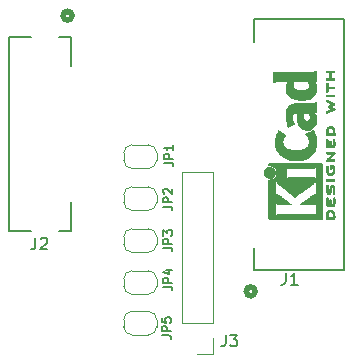
<source format=gbr>
%TF.GenerationSoftware,KiCad,Pcbnew,8.0.4+dfsg-1*%
%TF.CreationDate,2024-12-23T16:36:00+01:00*%
%TF.ProjectId,CMIO-DSI-Adapter,434d494f-2d44-4534-992d-416461707465,rev?*%
%TF.SameCoordinates,Original*%
%TF.FileFunction,Legend,Top*%
%TF.FilePolarity,Positive*%
%FSLAX46Y46*%
G04 Gerber Fmt 4.6, Leading zero omitted, Abs format (unit mm)*
G04 Created by KiCad (PCBNEW 8.0.4+dfsg-1) date 2024-12-23 16:36:00*
%MOMM*%
%LPD*%
G01*
G04 APERTURE LIST*
%ADD10C,0.150000*%
%ADD11C,0.010000*%
%ADD12C,0.508000*%
%ADD13C,0.152400*%
%ADD14C,0.120000*%
G04 APERTURE END LIST*
D10*
X17466666Y-33454819D02*
X17466666Y-34169104D01*
X17466666Y-34169104D02*
X17419047Y-34311961D01*
X17419047Y-34311961D02*
X17323809Y-34407200D01*
X17323809Y-34407200D02*
X17180952Y-34454819D01*
X17180952Y-34454819D02*
X17085714Y-34454819D01*
X17895238Y-33550057D02*
X17942857Y-33502438D01*
X17942857Y-33502438D02*
X18038095Y-33454819D01*
X18038095Y-33454819D02*
X18276190Y-33454819D01*
X18276190Y-33454819D02*
X18371428Y-33502438D01*
X18371428Y-33502438D02*
X18419047Y-33550057D01*
X18419047Y-33550057D02*
X18466666Y-33645295D01*
X18466666Y-33645295D02*
X18466666Y-33740533D01*
X18466666Y-33740533D02*
X18419047Y-33883390D01*
X18419047Y-33883390D02*
X17847619Y-34454819D01*
X17847619Y-34454819D02*
X18466666Y-34454819D01*
X38666666Y-36454819D02*
X38666666Y-37169104D01*
X38666666Y-37169104D02*
X38619047Y-37311961D01*
X38619047Y-37311961D02*
X38523809Y-37407200D01*
X38523809Y-37407200D02*
X38380952Y-37454819D01*
X38380952Y-37454819D02*
X38285714Y-37454819D01*
X39666666Y-37454819D02*
X39095238Y-37454819D01*
X39380952Y-37454819D02*
X39380952Y-36454819D01*
X39380952Y-36454819D02*
X39285714Y-36597676D01*
X39285714Y-36597676D02*
X39190476Y-36692914D01*
X39190476Y-36692914D02*
X39095238Y-36740533D01*
X28182715Y-41734999D02*
X28727001Y-41734999D01*
X28727001Y-41734999D02*
X28835858Y-41771284D01*
X28835858Y-41771284D02*
X28908430Y-41843856D01*
X28908430Y-41843856D02*
X28944715Y-41952713D01*
X28944715Y-41952713D02*
X28944715Y-42025284D01*
X28944715Y-41372142D02*
X28182715Y-41372142D01*
X28182715Y-41372142D02*
X28182715Y-41081856D01*
X28182715Y-41081856D02*
X28219001Y-41009285D01*
X28219001Y-41009285D02*
X28255287Y-40972999D01*
X28255287Y-40972999D02*
X28327858Y-40936713D01*
X28327858Y-40936713D02*
X28436715Y-40936713D01*
X28436715Y-40936713D02*
X28509287Y-40972999D01*
X28509287Y-40972999D02*
X28545572Y-41009285D01*
X28545572Y-41009285D02*
X28581858Y-41081856D01*
X28581858Y-41081856D02*
X28581858Y-41372142D01*
X28182715Y-40247285D02*
X28182715Y-40610142D01*
X28182715Y-40610142D02*
X28545572Y-40646428D01*
X28545572Y-40646428D02*
X28509287Y-40610142D01*
X28509287Y-40610142D02*
X28473001Y-40537571D01*
X28473001Y-40537571D02*
X28473001Y-40356142D01*
X28473001Y-40356142D02*
X28509287Y-40283571D01*
X28509287Y-40283571D02*
X28545572Y-40247285D01*
X28545572Y-40247285D02*
X28618144Y-40210999D01*
X28618144Y-40210999D02*
X28799572Y-40210999D01*
X28799572Y-40210999D02*
X28872144Y-40247285D01*
X28872144Y-40247285D02*
X28908430Y-40283571D01*
X28908430Y-40283571D02*
X28944715Y-40356142D01*
X28944715Y-40356142D02*
X28944715Y-40537571D01*
X28944715Y-40537571D02*
X28908430Y-40610142D01*
X28908430Y-40610142D02*
X28872144Y-40646428D01*
X28282715Y-34334999D02*
X28827001Y-34334999D01*
X28827001Y-34334999D02*
X28935858Y-34371284D01*
X28935858Y-34371284D02*
X29008430Y-34443856D01*
X29008430Y-34443856D02*
X29044715Y-34552713D01*
X29044715Y-34552713D02*
X29044715Y-34625284D01*
X29044715Y-33972142D02*
X28282715Y-33972142D01*
X28282715Y-33972142D02*
X28282715Y-33681856D01*
X28282715Y-33681856D02*
X28319001Y-33609285D01*
X28319001Y-33609285D02*
X28355287Y-33572999D01*
X28355287Y-33572999D02*
X28427858Y-33536713D01*
X28427858Y-33536713D02*
X28536715Y-33536713D01*
X28536715Y-33536713D02*
X28609287Y-33572999D01*
X28609287Y-33572999D02*
X28645572Y-33609285D01*
X28645572Y-33609285D02*
X28681858Y-33681856D01*
X28681858Y-33681856D02*
X28681858Y-33972142D01*
X28282715Y-33282713D02*
X28282715Y-32810999D01*
X28282715Y-32810999D02*
X28573001Y-33064999D01*
X28573001Y-33064999D02*
X28573001Y-32956142D01*
X28573001Y-32956142D02*
X28609287Y-32883571D01*
X28609287Y-32883571D02*
X28645572Y-32847285D01*
X28645572Y-32847285D02*
X28718144Y-32810999D01*
X28718144Y-32810999D02*
X28899572Y-32810999D01*
X28899572Y-32810999D02*
X28972144Y-32847285D01*
X28972144Y-32847285D02*
X29008430Y-32883571D01*
X29008430Y-32883571D02*
X29044715Y-32956142D01*
X29044715Y-32956142D02*
X29044715Y-33173856D01*
X29044715Y-33173856D02*
X29008430Y-33246428D01*
X29008430Y-33246428D02*
X28972144Y-33282713D01*
X28282715Y-30834999D02*
X28827001Y-30834999D01*
X28827001Y-30834999D02*
X28935858Y-30871284D01*
X28935858Y-30871284D02*
X29008430Y-30943856D01*
X29008430Y-30943856D02*
X29044715Y-31052713D01*
X29044715Y-31052713D02*
X29044715Y-31125284D01*
X29044715Y-30472142D02*
X28282715Y-30472142D01*
X28282715Y-30472142D02*
X28282715Y-30181856D01*
X28282715Y-30181856D02*
X28319001Y-30109285D01*
X28319001Y-30109285D02*
X28355287Y-30072999D01*
X28355287Y-30072999D02*
X28427858Y-30036713D01*
X28427858Y-30036713D02*
X28536715Y-30036713D01*
X28536715Y-30036713D02*
X28609287Y-30072999D01*
X28609287Y-30072999D02*
X28645572Y-30109285D01*
X28645572Y-30109285D02*
X28681858Y-30181856D01*
X28681858Y-30181856D02*
X28681858Y-30472142D01*
X28355287Y-29746428D02*
X28319001Y-29710142D01*
X28319001Y-29710142D02*
X28282715Y-29637571D01*
X28282715Y-29637571D02*
X28282715Y-29456142D01*
X28282715Y-29456142D02*
X28319001Y-29383571D01*
X28319001Y-29383571D02*
X28355287Y-29347285D01*
X28355287Y-29347285D02*
X28427858Y-29310999D01*
X28427858Y-29310999D02*
X28500430Y-29310999D01*
X28500430Y-29310999D02*
X28609287Y-29347285D01*
X28609287Y-29347285D02*
X29044715Y-29782713D01*
X29044715Y-29782713D02*
X29044715Y-29310999D01*
X28382715Y-27134999D02*
X28927001Y-27134999D01*
X28927001Y-27134999D02*
X29035858Y-27171284D01*
X29035858Y-27171284D02*
X29108430Y-27243856D01*
X29108430Y-27243856D02*
X29144715Y-27352713D01*
X29144715Y-27352713D02*
X29144715Y-27425284D01*
X29144715Y-26772142D02*
X28382715Y-26772142D01*
X28382715Y-26772142D02*
X28382715Y-26481856D01*
X28382715Y-26481856D02*
X28419001Y-26409285D01*
X28419001Y-26409285D02*
X28455287Y-26372999D01*
X28455287Y-26372999D02*
X28527858Y-26336713D01*
X28527858Y-26336713D02*
X28636715Y-26336713D01*
X28636715Y-26336713D02*
X28709287Y-26372999D01*
X28709287Y-26372999D02*
X28745572Y-26409285D01*
X28745572Y-26409285D02*
X28781858Y-26481856D01*
X28781858Y-26481856D02*
X28781858Y-26772142D01*
X29144715Y-25610999D02*
X29144715Y-26046428D01*
X29144715Y-25828713D02*
X28382715Y-25828713D01*
X28382715Y-25828713D02*
X28491572Y-25901285D01*
X28491572Y-25901285D02*
X28564144Y-25973856D01*
X28564144Y-25973856D02*
X28600430Y-26046428D01*
X28282715Y-37634999D02*
X28827001Y-37634999D01*
X28827001Y-37634999D02*
X28935858Y-37671284D01*
X28935858Y-37671284D02*
X29008430Y-37743856D01*
X29008430Y-37743856D02*
X29044715Y-37852713D01*
X29044715Y-37852713D02*
X29044715Y-37925284D01*
X29044715Y-37272142D02*
X28282715Y-37272142D01*
X28282715Y-37272142D02*
X28282715Y-36981856D01*
X28282715Y-36981856D02*
X28319001Y-36909285D01*
X28319001Y-36909285D02*
X28355287Y-36872999D01*
X28355287Y-36872999D02*
X28427858Y-36836713D01*
X28427858Y-36836713D02*
X28536715Y-36836713D01*
X28536715Y-36836713D02*
X28609287Y-36872999D01*
X28609287Y-36872999D02*
X28645572Y-36909285D01*
X28645572Y-36909285D02*
X28681858Y-36981856D01*
X28681858Y-36981856D02*
X28681858Y-37272142D01*
X28536715Y-36183571D02*
X29044715Y-36183571D01*
X28246430Y-36364999D02*
X28790715Y-36546428D01*
X28790715Y-36546428D02*
X28790715Y-36074713D01*
X33566666Y-41664820D02*
X33566666Y-42379105D01*
X33566666Y-42379105D02*
X33519047Y-42521962D01*
X33519047Y-42521962D02*
X33423809Y-42617201D01*
X33423809Y-42617201D02*
X33280952Y-42664820D01*
X33280952Y-42664820D02*
X33185714Y-42664820D01*
X33947619Y-41664820D02*
X34566666Y-41664820D01*
X34566666Y-41664820D02*
X34233333Y-42045772D01*
X34233333Y-42045772D02*
X34376190Y-42045772D01*
X34376190Y-42045772D02*
X34471428Y-42093391D01*
X34471428Y-42093391D02*
X34519047Y-42141010D01*
X34519047Y-42141010D02*
X34566666Y-42236248D01*
X34566666Y-42236248D02*
X34566666Y-42474343D01*
X34566666Y-42474343D02*
X34519047Y-42569581D01*
X34519047Y-42569581D02*
X34471428Y-42617201D01*
X34471428Y-42617201D02*
X34376190Y-42664820D01*
X34376190Y-42664820D02*
X34090476Y-42664820D01*
X34090476Y-42664820D02*
X33995238Y-42617201D01*
X33995238Y-42617201D02*
X33947619Y-42569581D01*
D11*
%TO.C,REF\u002A\u002A*%
X42509639Y-21361106D02*
X42583741Y-21361470D01*
X42640513Y-21362275D01*
X42682577Y-21363686D01*
X42712557Y-21365866D01*
X42733076Y-21368978D01*
X42746758Y-21373185D01*
X42756225Y-21378651D01*
X42760891Y-21382527D01*
X42781384Y-21413965D01*
X42780548Y-21449766D01*
X42763073Y-21481126D01*
X42741493Y-21507777D01*
X42094036Y-21507777D01*
X42072456Y-21481126D01*
X42056758Y-21455405D01*
X42050876Y-21434399D01*
X42057686Y-21411385D01*
X42072456Y-21387672D01*
X42094036Y-21361021D01*
X42415582Y-21361021D01*
X42509639Y-21361106D01*
G36*
X42509639Y-21361106D02*
G01*
X42583741Y-21361470D01*
X42640513Y-21362275D01*
X42682577Y-21363686D01*
X42712557Y-21365866D01*
X42733076Y-21368978D01*
X42746758Y-21373185D01*
X42756225Y-21378651D01*
X42760891Y-21382527D01*
X42781384Y-21413965D01*
X42780548Y-21449766D01*
X42763073Y-21481126D01*
X42741493Y-21507777D01*
X42094036Y-21507777D01*
X42072456Y-21481126D01*
X42056758Y-21455405D01*
X42050876Y-21434399D01*
X42057686Y-21411385D01*
X42072456Y-21387672D01*
X42094036Y-21361021D01*
X42415582Y-21361021D01*
X42509639Y-21361106D01*
G37*
X42511611Y-28501313D02*
X42585498Y-28501637D01*
X42642041Y-28502385D01*
X42683858Y-28503731D01*
X42713566Y-28505845D01*
X42733782Y-28508899D01*
X42747123Y-28513065D01*
X42756207Y-28518515D01*
X42762076Y-28523821D01*
X42781756Y-28556825D01*
X42779990Y-28591990D01*
X42758526Y-28623454D01*
X42750146Y-28630683D01*
X42740423Y-28636333D01*
X42726670Y-28640598D01*
X42706198Y-28643672D01*
X42676321Y-28645751D01*
X42634350Y-28647029D01*
X42577598Y-28647700D01*
X42503376Y-28647958D01*
X42419346Y-28647999D01*
X42106294Y-28647999D01*
X42078585Y-28620290D01*
X42055272Y-28586136D01*
X42054432Y-28553005D01*
X42073454Y-28523821D01*
X42081027Y-28517241D01*
X42090796Y-28512078D01*
X42105380Y-28508163D01*
X42127394Y-28505323D01*
X42159457Y-28503386D01*
X42204184Y-28502182D01*
X42264194Y-28501538D01*
X42342103Y-28501283D01*
X42417765Y-28501244D01*
X42511611Y-28501313D01*
G36*
X42511611Y-28501313D02*
G01*
X42585498Y-28501637D01*
X42642041Y-28502385D01*
X42683858Y-28503731D01*
X42713566Y-28505845D01*
X42733782Y-28508899D01*
X42747123Y-28513065D01*
X42756207Y-28518515D01*
X42762076Y-28523821D01*
X42781756Y-28556825D01*
X42779990Y-28591990D01*
X42758526Y-28623454D01*
X42750146Y-28630683D01*
X42740423Y-28636333D01*
X42726670Y-28640598D01*
X42706198Y-28643672D01*
X42676321Y-28645751D01*
X42634350Y-28647029D01*
X42577598Y-28647700D01*
X42503376Y-28647958D01*
X42419346Y-28647999D01*
X42106294Y-28647999D01*
X42078585Y-28620290D01*
X42055272Y-28586136D01*
X42054432Y-28553005D01*
X42073454Y-28523821D01*
X42081027Y-28517241D01*
X42090796Y-28512078D01*
X42105380Y-28508163D01*
X42127394Y-28505323D01*
X42159457Y-28503386D01*
X42204184Y-28502182D01*
X42264194Y-28501538D01*
X42342103Y-28501283D01*
X42417765Y-28501244D01*
X42511611Y-28501313D01*
G37*
X37386463Y-27492139D02*
X37474320Y-27525839D01*
X37553579Y-27576527D01*
X37621645Y-27642344D01*
X37675921Y-27721433D01*
X37713811Y-27811933D01*
X37726235Y-27863199D01*
X37733756Y-27907697D01*
X37736728Y-27941998D01*
X37734903Y-27974959D01*
X37728034Y-28015433D01*
X37721059Y-28048530D01*
X37689550Y-28141946D01*
X37638426Y-28225618D01*
X37569238Y-28297664D01*
X37483537Y-28356199D01*
X37456298Y-28370147D01*
X37419931Y-28386585D01*
X37389391Y-28396893D01*
X37357259Y-28402459D01*
X37316116Y-28404668D01*
X37270031Y-28404947D01*
X37185674Y-28400860D01*
X37116395Y-28387445D01*
X37055770Y-28362255D01*
X36997376Y-28322845D01*
X36953111Y-28284297D01*
X36887293Y-28212405D01*
X36841862Y-28137312D01*
X36814659Y-28054561D01*
X36804385Y-27976927D01*
X36808380Y-27873042D01*
X36832618Y-27776767D01*
X36875450Y-27690183D01*
X36935228Y-27615372D01*
X37010303Y-27554417D01*
X37099029Y-27509398D01*
X37195339Y-27483135D01*
X37292604Y-27477285D01*
X37386463Y-27492139D01*
G36*
X37386463Y-27492139D02*
G01*
X37474320Y-27525839D01*
X37553579Y-27576527D01*
X37621645Y-27642344D01*
X37675921Y-27721433D01*
X37713811Y-27811933D01*
X37726235Y-27863199D01*
X37733756Y-27907697D01*
X37736728Y-27941998D01*
X37734903Y-27974959D01*
X37728034Y-28015433D01*
X37721059Y-28048530D01*
X37689550Y-28141946D01*
X37638426Y-28225618D01*
X37569238Y-28297664D01*
X37483537Y-28356199D01*
X37456298Y-28370147D01*
X37419931Y-28386585D01*
X37389391Y-28396893D01*
X37357259Y-28402459D01*
X37316116Y-28404668D01*
X37270031Y-28404947D01*
X37185674Y-28400860D01*
X37116395Y-28387445D01*
X37055770Y-28362255D01*
X36997376Y-28322845D01*
X36953111Y-28284297D01*
X36887293Y-28212405D01*
X36841862Y-28137312D01*
X36814659Y-28054561D01*
X36804385Y-27976927D01*
X36808380Y-27873042D01*
X36832618Y-27776767D01*
X36875450Y-27690183D01*
X36935228Y-27615372D01*
X37010303Y-27554417D01*
X37099029Y-27509398D01*
X37195339Y-27483135D01*
X37292604Y-27477285D01*
X37386463Y-27492139D01*
G37*
X42167635Y-20351288D02*
X42179898Y-20361651D01*
X42188259Y-20372803D01*
X42193466Y-20388964D01*
X42196266Y-20414357D01*
X42197405Y-20453201D01*
X42197630Y-20509719D01*
X42197631Y-20520819D01*
X42197631Y-20666755D01*
X42468565Y-20666755D01*
X42553963Y-20666851D01*
X42619673Y-20667288D01*
X42668583Y-20668287D01*
X42703582Y-20670071D01*
X42727558Y-20672862D01*
X42743402Y-20676882D01*
X42754000Y-20682354D01*
X42762076Y-20689333D01*
X42781921Y-20722265D01*
X42780357Y-20756645D01*
X42757715Y-20787823D01*
X42754909Y-20790113D01*
X42744301Y-20797570D01*
X42731890Y-20803252D01*
X42714659Y-20807398D01*
X42689593Y-20810249D01*
X42653676Y-20812045D01*
X42603892Y-20813027D01*
X42537226Y-20813435D01*
X42461398Y-20813510D01*
X42197631Y-20813510D01*
X42197631Y-20952872D01*
X42197227Y-21012677D01*
X42195649Y-21054081D01*
X42192356Y-21081251D01*
X42186801Y-21098353D01*
X42178440Y-21109556D01*
X42176987Y-21110916D01*
X42143748Y-21127274D01*
X42106171Y-21125827D01*
X42073454Y-21107021D01*
X42067107Y-21099749D01*
X42062075Y-21090372D01*
X42058205Y-21076390D01*
X42055346Y-21055303D01*
X42053344Y-21024610D01*
X42052048Y-20981810D01*
X42051307Y-20924404D01*
X42050967Y-20849889D01*
X42050877Y-20755766D01*
X42050876Y-20735739D01*
X42050972Y-20636934D01*
X42051351Y-20558227D01*
X42052142Y-20497136D01*
X42053479Y-20451182D01*
X42055492Y-20417885D01*
X42058315Y-20394763D01*
X42062078Y-20379337D01*
X42066914Y-20369128D01*
X42070631Y-20364186D01*
X42103167Y-20338542D01*
X42136947Y-20335440D01*
X42167635Y-20351288D01*
G36*
X42167635Y-20351288D02*
G01*
X42179898Y-20361651D01*
X42188259Y-20372803D01*
X42193466Y-20388964D01*
X42196266Y-20414357D01*
X42197405Y-20453201D01*
X42197630Y-20509719D01*
X42197631Y-20520819D01*
X42197631Y-20666755D01*
X42468565Y-20666755D01*
X42553963Y-20666851D01*
X42619673Y-20667288D01*
X42668583Y-20668287D01*
X42703582Y-20670071D01*
X42727558Y-20672862D01*
X42743402Y-20676882D01*
X42754000Y-20682354D01*
X42762076Y-20689333D01*
X42781921Y-20722265D01*
X42780357Y-20756645D01*
X42757715Y-20787823D01*
X42754909Y-20790113D01*
X42744301Y-20797570D01*
X42731890Y-20803252D01*
X42714659Y-20807398D01*
X42689593Y-20810249D01*
X42653676Y-20812045D01*
X42603892Y-20813027D01*
X42537226Y-20813435D01*
X42461398Y-20813510D01*
X42197631Y-20813510D01*
X42197631Y-20952872D01*
X42197227Y-21012677D01*
X42195649Y-21054081D01*
X42192356Y-21081251D01*
X42186801Y-21098353D01*
X42178440Y-21109556D01*
X42176987Y-21110916D01*
X42143748Y-21127274D01*
X42106171Y-21125827D01*
X42073454Y-21107021D01*
X42067107Y-21099749D01*
X42062075Y-21090372D01*
X42058205Y-21076390D01*
X42055346Y-21055303D01*
X42053344Y-21024610D01*
X42052048Y-20981810D01*
X42051307Y-20924404D01*
X42050967Y-20849889D01*
X42050877Y-20755766D01*
X42050876Y-20735739D01*
X42050972Y-20636934D01*
X42051351Y-20558227D01*
X42052142Y-20497136D01*
X42053479Y-20451182D01*
X42055492Y-20417885D01*
X42058315Y-20394763D01*
X42062078Y-20379337D01*
X42066914Y-20369128D01*
X42070631Y-20364186D01*
X42103167Y-20338542D01*
X42136947Y-20335440D01*
X42167635Y-20351288D01*
G37*
X42507608Y-19312161D02*
X42579649Y-19312504D01*
X42634589Y-19313307D01*
X42675169Y-19314758D01*
X42704126Y-19317047D01*
X42724200Y-19320363D01*
X42738130Y-19324894D01*
X42748654Y-19330830D01*
X42754909Y-19335485D01*
X42779482Y-19366216D01*
X42782150Y-19401503D01*
X42767080Y-19433754D01*
X42758183Y-19444411D01*
X42746366Y-19451535D01*
X42727335Y-19455832D01*
X42696801Y-19458008D01*
X42650471Y-19458771D01*
X42614680Y-19458844D01*
X42479854Y-19458844D01*
X42479854Y-19955555D01*
X42602509Y-19955555D01*
X42658596Y-19956068D01*
X42697142Y-19958123D01*
X42723170Y-19962491D01*
X42741706Y-19969943D01*
X42754909Y-19978952D01*
X42779413Y-20009855D01*
X42782315Y-20044803D01*
X42764898Y-20078261D01*
X42755768Y-20087395D01*
X42743664Y-20093847D01*
X42724810Y-20098102D01*
X42695429Y-20100647D01*
X42651746Y-20101970D01*
X42589984Y-20102556D01*
X42575809Y-20102624D01*
X42459440Y-20103108D01*
X42363536Y-20103358D01*
X42285986Y-20103276D01*
X42224678Y-20102768D01*
X42177499Y-20101737D01*
X42142339Y-20100086D01*
X42117085Y-20097720D01*
X42099626Y-20094542D01*
X42087850Y-20090455D01*
X42079644Y-20085365D01*
X42073454Y-20079733D01*
X42053653Y-20047871D01*
X42056342Y-20014642D01*
X42078585Y-19983264D01*
X42092935Y-19970566D01*
X42108787Y-19962473D01*
X42131363Y-19957957D01*
X42165887Y-19955993D01*
X42217585Y-19955555D01*
X42333098Y-19955555D01*
X42333098Y-19458844D01*
X42214565Y-19458844D01*
X42159957Y-19458337D01*
X42123084Y-19456301D01*
X42099116Y-19451964D01*
X42083224Y-19444552D01*
X42073454Y-19436266D01*
X42053653Y-19404405D01*
X42056342Y-19371176D01*
X42078585Y-19339797D01*
X42106294Y-19312088D01*
X42415729Y-19312088D01*
X42507608Y-19312161D01*
G36*
X42507608Y-19312161D02*
G01*
X42579649Y-19312504D01*
X42634589Y-19313307D01*
X42675169Y-19314758D01*
X42704126Y-19317047D01*
X42724200Y-19320363D01*
X42738130Y-19324894D01*
X42748654Y-19330830D01*
X42754909Y-19335485D01*
X42779482Y-19366216D01*
X42782150Y-19401503D01*
X42767080Y-19433754D01*
X42758183Y-19444411D01*
X42746366Y-19451535D01*
X42727335Y-19455832D01*
X42696801Y-19458008D01*
X42650471Y-19458771D01*
X42614680Y-19458844D01*
X42479854Y-19458844D01*
X42479854Y-19955555D01*
X42602509Y-19955555D01*
X42658596Y-19956068D01*
X42697142Y-19958123D01*
X42723170Y-19962491D01*
X42741706Y-19969943D01*
X42754909Y-19978952D01*
X42779413Y-20009855D01*
X42782315Y-20044803D01*
X42764898Y-20078261D01*
X42755768Y-20087395D01*
X42743664Y-20093847D01*
X42724810Y-20098102D01*
X42695429Y-20100647D01*
X42651746Y-20101970D01*
X42589984Y-20102556D01*
X42575809Y-20102624D01*
X42459440Y-20103108D01*
X42363536Y-20103358D01*
X42285986Y-20103276D01*
X42224678Y-20102768D01*
X42177499Y-20101737D01*
X42142339Y-20100086D01*
X42117085Y-20097720D01*
X42099626Y-20094542D01*
X42087850Y-20090455D01*
X42079644Y-20085365D01*
X42073454Y-20079733D01*
X42053653Y-20047871D01*
X42056342Y-20014642D01*
X42078585Y-19983264D01*
X42092935Y-19970566D01*
X42108787Y-19962473D01*
X42131363Y-19957957D01*
X42165887Y-19955993D01*
X42217585Y-19955555D01*
X42333098Y-19955555D01*
X42333098Y-19458844D01*
X42214565Y-19458844D01*
X42159957Y-19458337D01*
X42123084Y-19456301D01*
X42099116Y-19451964D01*
X42083224Y-19444552D01*
X42073454Y-19436266D01*
X42053653Y-19404405D01*
X42056342Y-19371176D01*
X42078585Y-19339797D01*
X42106294Y-19312088D01*
X42415729Y-19312088D01*
X42507608Y-19312161D01*
G37*
X42469696Y-23993768D02*
X42532882Y-24016345D01*
X42542498Y-24020627D01*
X42598775Y-24049827D01*
X42642260Y-24082643D01*
X42679226Y-24124997D01*
X42715944Y-24182809D01*
X42717861Y-24186168D01*
X42742036Y-24236495D01*
X42760091Y-24293378D01*
X42772648Y-24360472D01*
X42780331Y-24441434D01*
X42783762Y-24539917D01*
X42784060Y-24574713D01*
X42784654Y-24740405D01*
X42754909Y-24763802D01*
X42745128Y-24770742D01*
X42733706Y-24776157D01*
X42717904Y-24780234D01*
X42694984Y-24783162D01*
X42662205Y-24785132D01*
X42637898Y-24785774D01*
X42616830Y-24786331D01*
X42556120Y-24786949D01*
X42477335Y-24787174D01*
X42415729Y-24787199D01*
X42106294Y-24787199D01*
X42078585Y-24759490D01*
X42067353Y-24747193D01*
X42059662Y-24733896D01*
X42054849Y-24715327D01*
X42052255Y-24687213D01*
X42051219Y-24645282D01*
X42051181Y-24629155D01*
X42197631Y-24629155D01*
X42637898Y-24629155D01*
X42637898Y-24535273D01*
X42636292Y-24480335D01*
X42632064Y-24423939D01*
X42626101Y-24377654D01*
X42625599Y-24374860D01*
X42603545Y-24292651D01*
X42570409Y-24228885D01*
X42524656Y-24181547D01*
X42464748Y-24148617D01*
X42448870Y-24142891D01*
X42424142Y-24137278D01*
X42399711Y-24139708D01*
X42367209Y-24151532D01*
X42351243Y-24158659D01*
X42308815Y-24181999D01*
X42279049Y-24210119D01*
X42258320Y-24241059D01*
X42231346Y-24303033D01*
X42211807Y-24382348D01*
X42200555Y-24474746D01*
X42198079Y-24541666D01*
X42197631Y-24629155D01*
X42051181Y-24629155D01*
X42051079Y-24585262D01*
X42051084Y-24581690D01*
X42055445Y-24452711D01*
X42068670Y-24343008D01*
X42091550Y-24250773D01*
X42124879Y-24174197D01*
X42169447Y-24111472D01*
X42226045Y-24060787D01*
X42295467Y-24020336D01*
X42297160Y-24019540D01*
X42359292Y-23995398D01*
X42414318Y-23986796D01*
X42469696Y-23993768D01*
G36*
X42469696Y-23993768D02*
G01*
X42532882Y-24016345D01*
X42542498Y-24020627D01*
X42598775Y-24049827D01*
X42642260Y-24082643D01*
X42679226Y-24124997D01*
X42715944Y-24182809D01*
X42717861Y-24186168D01*
X42742036Y-24236495D01*
X42760091Y-24293378D01*
X42772648Y-24360472D01*
X42780331Y-24441434D01*
X42783762Y-24539917D01*
X42784060Y-24574713D01*
X42784654Y-24740405D01*
X42754909Y-24763802D01*
X42745128Y-24770742D01*
X42733706Y-24776157D01*
X42717904Y-24780234D01*
X42694984Y-24783162D01*
X42662205Y-24785132D01*
X42637898Y-24785774D01*
X42616830Y-24786331D01*
X42556120Y-24786949D01*
X42477335Y-24787174D01*
X42415729Y-24787199D01*
X42106294Y-24787199D01*
X42078585Y-24759490D01*
X42067353Y-24747193D01*
X42059662Y-24733896D01*
X42054849Y-24715327D01*
X42052255Y-24687213D01*
X42051219Y-24645282D01*
X42051181Y-24629155D01*
X42197631Y-24629155D01*
X42637898Y-24629155D01*
X42637898Y-24535273D01*
X42636292Y-24480335D01*
X42632064Y-24423939D01*
X42626101Y-24377654D01*
X42625599Y-24374860D01*
X42603545Y-24292651D01*
X42570409Y-24228885D01*
X42524656Y-24181547D01*
X42464748Y-24148617D01*
X42448870Y-24142891D01*
X42424142Y-24137278D01*
X42399711Y-24139708D01*
X42367209Y-24151532D01*
X42351243Y-24158659D01*
X42308815Y-24181999D01*
X42279049Y-24210119D01*
X42258320Y-24241059D01*
X42231346Y-24303033D01*
X42211807Y-24382348D01*
X42200555Y-24474746D01*
X42198079Y-24541666D01*
X42197631Y-24629155D01*
X42051181Y-24629155D01*
X42051079Y-24585262D01*
X42051084Y-24581690D01*
X42055445Y-24452711D01*
X42068670Y-24343008D01*
X42091550Y-24250773D01*
X42124879Y-24174197D01*
X42169447Y-24111472D01*
X42226045Y-24060787D01*
X42295467Y-24020336D01*
X42297160Y-24019540D01*
X42359292Y-23995398D01*
X42414318Y-23986796D01*
X42469696Y-23993768D01*
G37*
X42476578Y-31094416D02*
X42540822Y-31115898D01*
X42601630Y-31146998D01*
X42650139Y-31183865D01*
X42655991Y-31189853D01*
X42697130Y-31240578D01*
X42729244Y-31296124D01*
X42753174Y-31359695D01*
X42769762Y-31434493D01*
X42779850Y-31523721D01*
X42784278Y-31630581D01*
X42784654Y-31679527D01*
X42784354Y-31741761D01*
X42783101Y-31785527D01*
X42780363Y-31814930D01*
X42775610Y-31834078D01*
X42768310Y-31847076D01*
X42762076Y-31854044D01*
X42754503Y-31860625D01*
X42744733Y-31865787D01*
X42730149Y-31869702D01*
X42708135Y-31872542D01*
X42676073Y-31874479D01*
X42631345Y-31875683D01*
X42571335Y-31876327D01*
X42493426Y-31876582D01*
X42417765Y-31876621D01*
X42316850Y-31876869D01*
X42236236Y-31876816D01*
X42197631Y-31875856D01*
X42173660Y-31875259D01*
X42126864Y-31870997D01*
X42093587Y-31862829D01*
X42071568Y-31849555D01*
X42058548Y-31829973D01*
X42052266Y-31802882D01*
X42050462Y-31767081D01*
X42050875Y-31721370D01*
X42051276Y-31681888D01*
X42051957Y-31653666D01*
X42197617Y-31653666D01*
X42197631Y-31729866D01*
X42637898Y-31729866D01*
X42637813Y-31636733D01*
X42636205Y-31580692D01*
X42632065Y-31521998D01*
X42626273Y-31473027D01*
X42626035Y-31471537D01*
X42606899Y-31392391D01*
X42577096Y-31331001D01*
X42534687Y-31284304D01*
X42488770Y-31254634D01*
X42437835Y-31236352D01*
X42390009Y-31237770D01*
X42338742Y-31258987D01*
X42285708Y-31300488D01*
X42246409Y-31357997D01*
X42220140Y-31432749D01*
X42210844Y-31482707D01*
X42204316Y-31539415D01*
X42199591Y-31599518D01*
X42197626Y-31650638D01*
X42197617Y-31653666D01*
X42051957Y-31653666D01*
X42054068Y-31566199D01*
X42062359Y-31469310D01*
X42077041Y-31387918D01*
X42099002Y-31318722D01*
X42129131Y-31258419D01*
X42168319Y-31203707D01*
X42185341Y-31184166D01*
X42225172Y-31151749D01*
X42279222Y-31122519D01*
X42339132Y-31099990D01*
X42396548Y-31087678D01*
X42417765Y-31086399D01*
X42476578Y-31094416D01*
G36*
X42476578Y-31094416D02*
G01*
X42540822Y-31115898D01*
X42601630Y-31146998D01*
X42650139Y-31183865D01*
X42655991Y-31189853D01*
X42697130Y-31240578D01*
X42729244Y-31296124D01*
X42753174Y-31359695D01*
X42769762Y-31434493D01*
X42779850Y-31523721D01*
X42784278Y-31630581D01*
X42784654Y-31679527D01*
X42784354Y-31741761D01*
X42783101Y-31785527D01*
X42780363Y-31814930D01*
X42775610Y-31834078D01*
X42768310Y-31847076D01*
X42762076Y-31854044D01*
X42754503Y-31860625D01*
X42744733Y-31865787D01*
X42730149Y-31869702D01*
X42708135Y-31872542D01*
X42676073Y-31874479D01*
X42631345Y-31875683D01*
X42571335Y-31876327D01*
X42493426Y-31876582D01*
X42417765Y-31876621D01*
X42316850Y-31876869D01*
X42236236Y-31876816D01*
X42197631Y-31875856D01*
X42173660Y-31875259D01*
X42126864Y-31870997D01*
X42093587Y-31862829D01*
X42071568Y-31849555D01*
X42058548Y-31829973D01*
X42052266Y-31802882D01*
X42050462Y-31767081D01*
X42050875Y-31721370D01*
X42051276Y-31681888D01*
X42051957Y-31653666D01*
X42197617Y-31653666D01*
X42197631Y-31729866D01*
X42637898Y-31729866D01*
X42637813Y-31636733D01*
X42636205Y-31580692D01*
X42632065Y-31521998D01*
X42626273Y-31473027D01*
X42626035Y-31471537D01*
X42606899Y-31392391D01*
X42577096Y-31331001D01*
X42534687Y-31284304D01*
X42488770Y-31254634D01*
X42437835Y-31236352D01*
X42390009Y-31237770D01*
X42338742Y-31258987D01*
X42285708Y-31300488D01*
X42246409Y-31357997D01*
X42220140Y-31432749D01*
X42210844Y-31482707D01*
X42204316Y-31539415D01*
X42199591Y-31599518D01*
X42197626Y-31650638D01*
X42197617Y-31653666D01*
X42051957Y-31653666D01*
X42054068Y-31566199D01*
X42062359Y-31469310D01*
X42077041Y-31387918D01*
X42099002Y-31318722D01*
X42129131Y-31258419D01*
X42168319Y-31203707D01*
X42185341Y-31184166D01*
X42225172Y-31151749D01*
X42279222Y-31122519D01*
X42339132Y-31099990D01*
X42396548Y-31087678D01*
X42417765Y-31086399D01*
X42476578Y-31094416D01*
G37*
X42629970Y-26188112D02*
X42671151Y-26189031D01*
X42700612Y-26190886D01*
X42721064Y-26193838D01*
X42735222Y-26198049D01*
X42745800Y-26203681D01*
X42754283Y-26209926D01*
X42770016Y-26223438D01*
X42780445Y-26236882D01*
X42784448Y-26252123D01*
X42780903Y-26271025D01*
X42768688Y-26295454D01*
X42746680Y-26327272D01*
X42713758Y-26368347D01*
X42668800Y-26420541D01*
X42610684Y-26485721D01*
X42543908Y-26559555D01*
X42303267Y-26824844D01*
X42522398Y-26830488D01*
X42597937Y-26832530D01*
X42654163Y-26834501D01*
X42694333Y-26836838D01*
X42721705Y-26839980D01*
X42739537Y-26844363D01*
X42751088Y-26850423D01*
X42759616Y-26858599D01*
X42763091Y-26862783D01*
X42782181Y-26899764D01*
X42779302Y-26934707D01*
X42754909Y-26965135D01*
X42745095Y-26972096D01*
X42733635Y-26977522D01*
X42717777Y-26981602D01*
X42694772Y-26984528D01*
X42661871Y-26986491D01*
X42616325Y-26987682D01*
X42555382Y-26988291D01*
X42476295Y-26988510D01*
X42417765Y-26988533D01*
X42326216Y-26988459D01*
X42254496Y-26988112D01*
X42199854Y-26987300D01*
X42159541Y-26985832D01*
X42130807Y-26983518D01*
X42110902Y-26980166D01*
X42097077Y-26975587D01*
X42086581Y-26969588D01*
X42080620Y-26965135D01*
X42066500Y-26953849D01*
X42055838Y-26943300D01*
X42049701Y-26931892D01*
X42049152Y-26918029D01*
X42055257Y-26900113D01*
X42069082Y-26876547D01*
X42091690Y-26845734D01*
X42124147Y-26806077D01*
X42167517Y-26755979D01*
X42222867Y-26693842D01*
X42291260Y-26618071D01*
X42369893Y-26531333D01*
X42533687Y-26350710D01*
X42313838Y-26345066D01*
X42238160Y-26343028D01*
X42181803Y-26341062D01*
X42141515Y-26338733D01*
X42114044Y-26335605D01*
X42096138Y-26331244D01*
X42084546Y-26325215D01*
X42076017Y-26317083D01*
X42072432Y-26312771D01*
X42053479Y-26278240D01*
X42056250Y-26245382D01*
X42072442Y-26219317D01*
X42094008Y-26192666D01*
X42408960Y-26189351D01*
X42501588Y-26188434D01*
X42574353Y-26187967D01*
X42629970Y-26188112D01*
G36*
X42629970Y-26188112D02*
G01*
X42671151Y-26189031D01*
X42700612Y-26190886D01*
X42721064Y-26193838D01*
X42735222Y-26198049D01*
X42745800Y-26203681D01*
X42754283Y-26209926D01*
X42770016Y-26223438D01*
X42780445Y-26236882D01*
X42784448Y-26252123D01*
X42780903Y-26271025D01*
X42768688Y-26295454D01*
X42746680Y-26327272D01*
X42713758Y-26368347D01*
X42668800Y-26420541D01*
X42610684Y-26485721D01*
X42543908Y-26559555D01*
X42303267Y-26824844D01*
X42522398Y-26830488D01*
X42597937Y-26832530D01*
X42654163Y-26834501D01*
X42694333Y-26836838D01*
X42721705Y-26839980D01*
X42739537Y-26844363D01*
X42751088Y-26850423D01*
X42759616Y-26858599D01*
X42763091Y-26862783D01*
X42782181Y-26899764D01*
X42779302Y-26934707D01*
X42754909Y-26965135D01*
X42745095Y-26972096D01*
X42733635Y-26977522D01*
X42717777Y-26981602D01*
X42694772Y-26984528D01*
X42661871Y-26986491D01*
X42616325Y-26987682D01*
X42555382Y-26988291D01*
X42476295Y-26988510D01*
X42417765Y-26988533D01*
X42326216Y-26988459D01*
X42254496Y-26988112D01*
X42199854Y-26987300D01*
X42159541Y-26985832D01*
X42130807Y-26983518D01*
X42110902Y-26980166D01*
X42097077Y-26975587D01*
X42086581Y-26969588D01*
X42080620Y-26965135D01*
X42066500Y-26953849D01*
X42055838Y-26943300D01*
X42049701Y-26931892D01*
X42049152Y-26918029D01*
X42055257Y-26900113D01*
X42069082Y-26876547D01*
X42091690Y-26845734D01*
X42124147Y-26806077D01*
X42167517Y-26755979D01*
X42222867Y-26693842D01*
X42291260Y-26618071D01*
X42369893Y-26531333D01*
X42533687Y-26350710D01*
X42313838Y-26345066D01*
X42238160Y-26343028D01*
X42181803Y-26341062D01*
X42141515Y-26338733D01*
X42114044Y-26335605D01*
X42096138Y-26331244D01*
X42084546Y-26325215D01*
X42076017Y-26317083D01*
X42072432Y-26312771D01*
X42053479Y-26278240D01*
X42056250Y-26245382D01*
X42072442Y-26219317D01*
X42094008Y-26192666D01*
X42408960Y-26189351D01*
X42501588Y-26188434D01*
X42574353Y-26187967D01*
X42629970Y-26188112D01*
G37*
X42621344Y-27328608D02*
X42668595Y-27332847D01*
X42693821Y-27339935D01*
X42695797Y-27341310D01*
X42727317Y-27380227D01*
X42752279Y-27437285D01*
X42770149Y-27508868D01*
X42780395Y-27591357D01*
X42782482Y-27681138D01*
X42775877Y-27774591D01*
X42767765Y-27829555D01*
X42743363Y-27915765D01*
X42703471Y-27995891D01*
X42651696Y-28062976D01*
X42641348Y-28073172D01*
X42597844Y-28106301D01*
X42543927Y-28136193D01*
X42487401Y-28159356D01*
X42436068Y-28172297D01*
X42416353Y-28173857D01*
X42375228Y-28167217D01*
X42324061Y-28149567D01*
X42270203Y-28124296D01*
X42221004Y-28094788D01*
X42188143Y-28068718D01*
X42139261Y-28007764D01*
X42100354Y-27928968D01*
X42072303Y-27835156D01*
X42055988Y-27729149D01*
X42052001Y-27631999D01*
X42056408Y-27550080D01*
X42067904Y-27481564D01*
X42085776Y-27428942D01*
X42109308Y-27394707D01*
X42122733Y-27385378D01*
X42153957Y-27375892D01*
X42182204Y-27382276D01*
X42208991Y-27402429D01*
X42221522Y-27433744D01*
X42220505Y-27479182D01*
X42213715Y-27514325D01*
X42200780Y-27592418D01*
X42199551Y-27672225D01*
X42210050Y-27761554D01*
X42214499Y-27786228D01*
X42237917Y-27869290D01*
X42272754Y-27934272D01*
X42318413Y-27980460D01*
X42374303Y-28007144D01*
X42403197Y-28012662D01*
X42461821Y-28009050D01*
X42513688Y-27985728D01*
X42557787Y-27944823D01*
X42593108Y-27888458D01*
X42618638Y-27818759D01*
X42633368Y-27737851D01*
X42636287Y-27647859D01*
X42626384Y-27550909D01*
X42625450Y-27545435D01*
X42618268Y-27506874D01*
X42611330Y-27485493D01*
X42601036Y-27476226D01*
X42583785Y-27474005D01*
X42574650Y-27473955D01*
X42536298Y-27473955D01*
X42536298Y-27542430D01*
X42532156Y-27602899D01*
X42518956Y-27644164D01*
X42495539Y-27668174D01*
X42460745Y-27676876D01*
X42456203Y-27676982D01*
X42426463Y-27671891D01*
X42405228Y-27654432D01*
X42391175Y-27621938D01*
X42382982Y-27571742D01*
X42379970Y-27523122D01*
X42378242Y-27452455D01*
X42380879Y-27401197D01*
X42390609Y-27366238D01*
X42410162Y-27344469D01*
X42442265Y-27332779D01*
X42489647Y-27328059D01*
X42551880Y-27327199D01*
X42621344Y-27328608D01*
G36*
X42621344Y-27328608D02*
G01*
X42668595Y-27332847D01*
X42693821Y-27339935D01*
X42695797Y-27341310D01*
X42727317Y-27380227D01*
X42752279Y-27437285D01*
X42770149Y-27508868D01*
X42780395Y-27591357D01*
X42782482Y-27681138D01*
X42775877Y-27774591D01*
X42767765Y-27829555D01*
X42743363Y-27915765D01*
X42703471Y-27995891D01*
X42651696Y-28062976D01*
X42641348Y-28073172D01*
X42597844Y-28106301D01*
X42543927Y-28136193D01*
X42487401Y-28159356D01*
X42436068Y-28172297D01*
X42416353Y-28173857D01*
X42375228Y-28167217D01*
X42324061Y-28149567D01*
X42270203Y-28124296D01*
X42221004Y-28094788D01*
X42188143Y-28068718D01*
X42139261Y-28007764D01*
X42100354Y-27928968D01*
X42072303Y-27835156D01*
X42055988Y-27729149D01*
X42052001Y-27631999D01*
X42056408Y-27550080D01*
X42067904Y-27481564D01*
X42085776Y-27428942D01*
X42109308Y-27394707D01*
X42122733Y-27385378D01*
X42153957Y-27375892D01*
X42182204Y-27382276D01*
X42208991Y-27402429D01*
X42221522Y-27433744D01*
X42220505Y-27479182D01*
X42213715Y-27514325D01*
X42200780Y-27592418D01*
X42199551Y-27672225D01*
X42210050Y-27761554D01*
X42214499Y-27786228D01*
X42237917Y-27869290D01*
X42272754Y-27934272D01*
X42318413Y-27980460D01*
X42374303Y-28007144D01*
X42403197Y-28012662D01*
X42461821Y-28009050D01*
X42513688Y-27985728D01*
X42557787Y-27944823D01*
X42593108Y-27888458D01*
X42618638Y-27818759D01*
X42633368Y-27737851D01*
X42636287Y-27647859D01*
X42626384Y-27550909D01*
X42625450Y-27545435D01*
X42618268Y-27506874D01*
X42611330Y-27485493D01*
X42601036Y-27476226D01*
X42583785Y-27474005D01*
X42574650Y-27473955D01*
X42536298Y-27473955D01*
X42536298Y-27542430D01*
X42532156Y-27602899D01*
X42518956Y-27644164D01*
X42495539Y-27668174D01*
X42460745Y-27676876D01*
X42456203Y-27676982D01*
X42426463Y-27671891D01*
X42405228Y-27654432D01*
X42391175Y-27621938D01*
X42382982Y-27571742D01*
X42379970Y-27523122D01*
X42378242Y-27452455D01*
X42380879Y-27401197D01*
X42390609Y-27366238D01*
X42410162Y-27344469D01*
X42442265Y-27332779D01*
X42489647Y-27328059D01*
X42551880Y-27327199D01*
X42621344Y-27328608D01*
G37*
X42145801Y-25126868D02*
X42163312Y-25131603D01*
X42176383Y-25142666D01*
X42185722Y-25162651D01*
X42192036Y-25194153D01*
X42196031Y-25239767D01*
X42198415Y-25302086D01*
X42199895Y-25383706D01*
X42200223Y-25408722D01*
X42203276Y-25650799D01*
X42268187Y-25654185D01*
X42333098Y-25657570D01*
X42333098Y-25489423D01*
X42333340Y-25423733D01*
X42334365Y-25376827D01*
X42336620Y-25344916D01*
X42340551Y-25324208D01*
X42346607Y-25310915D01*
X42355233Y-25301244D01*
X42355302Y-25301182D01*
X42388921Y-25283643D01*
X42425257Y-25284277D01*
X42456232Y-25302685D01*
X42459416Y-25306328D01*
X42467621Y-25319258D01*
X42473330Y-25336975D01*
X42476971Y-25363429D01*
X42478976Y-25402567D01*
X42479773Y-25458337D01*
X42479854Y-25494005D01*
X42479854Y-25656444D01*
X42637898Y-25656444D01*
X42637898Y-25409838D01*
X42638040Y-25328419D01*
X42638623Y-25266589D01*
X42639877Y-25221362D01*
X42642036Y-25189751D01*
X42645332Y-25168768D01*
X42649998Y-25155426D01*
X42656266Y-25146738D01*
X42658542Y-25144549D01*
X42690089Y-25128385D01*
X42725977Y-25127202D01*
X42757094Y-25140463D01*
X42767080Y-25150956D01*
X42772578Y-25161870D01*
X42776831Y-25178782D01*
X42779989Y-25204366D01*
X42782201Y-25241298D01*
X42783615Y-25292253D01*
X42784381Y-25359905D01*
X42784647Y-25446930D01*
X42784654Y-25466605D01*
X42784596Y-25555088D01*
X42784276Y-25623772D01*
X42783476Y-25675435D01*
X42781976Y-25712854D01*
X42779558Y-25738809D01*
X42776003Y-25756077D01*
X42771091Y-25767437D01*
X42764604Y-25775667D01*
X42759947Y-25780182D01*
X42751698Y-25786978D01*
X42741478Y-25792287D01*
X42726609Y-25796293D01*
X42704411Y-25799178D01*
X42672202Y-25801125D01*
X42627305Y-25802318D01*
X42567037Y-25802938D01*
X42488720Y-25803170D01*
X42422803Y-25803199D01*
X42330437Y-25803128D01*
X42257926Y-25802791D01*
X42202546Y-25802001D01*
X42161574Y-25800573D01*
X42132287Y-25798320D01*
X42111962Y-25795056D01*
X42097875Y-25790595D01*
X42087304Y-25784751D01*
X42080620Y-25779802D01*
X42050876Y-25756405D01*
X42050876Y-25466225D01*
X42051069Y-25369656D01*
X42051983Y-25293298D01*
X42054120Y-25234782D01*
X42057984Y-25191744D01*
X42064076Y-25161816D01*
X42072899Y-25142631D01*
X42084955Y-25131823D01*
X42100748Y-25127026D01*
X42120779Y-25125872D01*
X42123144Y-25125866D01*
X42145801Y-25126868D01*
G36*
X42145801Y-25126868D02*
G01*
X42163312Y-25131603D01*
X42176383Y-25142666D01*
X42185722Y-25162651D01*
X42192036Y-25194153D01*
X42196031Y-25239767D01*
X42198415Y-25302086D01*
X42199895Y-25383706D01*
X42200223Y-25408722D01*
X42203276Y-25650799D01*
X42268187Y-25654185D01*
X42333098Y-25657570D01*
X42333098Y-25489423D01*
X42333340Y-25423733D01*
X42334365Y-25376827D01*
X42336620Y-25344916D01*
X42340551Y-25324208D01*
X42346607Y-25310915D01*
X42355233Y-25301244D01*
X42355302Y-25301182D01*
X42388921Y-25283643D01*
X42425257Y-25284277D01*
X42456232Y-25302685D01*
X42459416Y-25306328D01*
X42467621Y-25319258D01*
X42473330Y-25336975D01*
X42476971Y-25363429D01*
X42478976Y-25402567D01*
X42479773Y-25458337D01*
X42479854Y-25494005D01*
X42479854Y-25656444D01*
X42637898Y-25656444D01*
X42637898Y-25409838D01*
X42638040Y-25328419D01*
X42638623Y-25266589D01*
X42639877Y-25221362D01*
X42642036Y-25189751D01*
X42645332Y-25168768D01*
X42649998Y-25155426D01*
X42656266Y-25146738D01*
X42658542Y-25144549D01*
X42690089Y-25128385D01*
X42725977Y-25127202D01*
X42757094Y-25140463D01*
X42767080Y-25150956D01*
X42772578Y-25161870D01*
X42776831Y-25178782D01*
X42779989Y-25204366D01*
X42782201Y-25241298D01*
X42783615Y-25292253D01*
X42784381Y-25359905D01*
X42784647Y-25446930D01*
X42784654Y-25466605D01*
X42784596Y-25555088D01*
X42784276Y-25623772D01*
X42783476Y-25675435D01*
X42781976Y-25712854D01*
X42779558Y-25738809D01*
X42776003Y-25756077D01*
X42771091Y-25767437D01*
X42764604Y-25775667D01*
X42759947Y-25780182D01*
X42751698Y-25786978D01*
X42741478Y-25792287D01*
X42726609Y-25796293D01*
X42704411Y-25799178D01*
X42672202Y-25801125D01*
X42627305Y-25802318D01*
X42567037Y-25802938D01*
X42488720Y-25803170D01*
X42422803Y-25803199D01*
X42330437Y-25803128D01*
X42257926Y-25802791D01*
X42202546Y-25802001D01*
X42161574Y-25800573D01*
X42132287Y-25798320D01*
X42111962Y-25795056D01*
X42097875Y-25790595D01*
X42087304Y-25784751D01*
X42080620Y-25779802D01*
X42050876Y-25756405D01*
X42050876Y-25466225D01*
X42051069Y-25369656D01*
X42051983Y-25293298D01*
X42054120Y-25234782D01*
X42057984Y-25191744D01*
X42064076Y-25161816D01*
X42072899Y-25142631D01*
X42084955Y-25131823D01*
X42100748Y-25127026D01*
X42120779Y-25125872D01*
X42123144Y-25125866D01*
X42145801Y-25126868D01*
G37*
X42740476Y-30066962D02*
X42762076Y-30081688D01*
X42768875Y-30089545D01*
X42774155Y-30099687D01*
X42778107Y-30114843D01*
X42780922Y-30137740D01*
X42782791Y-30171108D01*
X42783907Y-30217674D01*
X42784460Y-30280166D01*
X42784642Y-30361313D01*
X42784654Y-30403421D01*
X42784574Y-30493597D01*
X42784207Y-30563923D01*
X42783361Y-30617128D01*
X42781845Y-30655939D01*
X42779468Y-30683086D01*
X42776038Y-30701297D01*
X42771363Y-30713299D01*
X42765253Y-30721821D01*
X42762076Y-30725155D01*
X42754479Y-30731754D01*
X42744679Y-30736926D01*
X42730048Y-30740845D01*
X42707961Y-30743683D01*
X42675791Y-30745614D01*
X42630912Y-30746811D01*
X42570698Y-30747447D01*
X42492522Y-30747696D01*
X42419732Y-30747733D01*
X42326516Y-30747699D01*
X42253240Y-30747464D01*
X42197267Y-30746829D01*
X42155960Y-30745593D01*
X42126681Y-30743555D01*
X42106793Y-30740516D01*
X42093659Y-30736276D01*
X42084641Y-30730634D01*
X42077102Y-30723390D01*
X42075421Y-30721605D01*
X42067981Y-30712944D01*
X42062218Y-30702881D01*
X42057921Y-30688624D01*
X42054873Y-30667382D01*
X42052860Y-30636363D01*
X42051669Y-30592776D01*
X42051084Y-30533830D01*
X42050892Y-30456733D01*
X42050876Y-30402000D01*
X42050955Y-30312793D01*
X42051327Y-30243385D01*
X42052194Y-30190996D01*
X42053755Y-30152846D01*
X42056212Y-30126158D01*
X42059766Y-30108152D01*
X42064619Y-30096048D01*
X42070970Y-30087068D01*
X42073893Y-30083817D01*
X42104951Y-30064042D01*
X42140637Y-30060481D01*
X42172319Y-30073490D01*
X42178722Y-30079505D01*
X42184930Y-30089234D01*
X42189719Y-30104900D01*
X42193323Y-30129407D01*
X42195973Y-30165660D01*
X42197904Y-30216564D01*
X42199348Y-30285025D01*
X42200227Y-30347616D01*
X42203276Y-30595333D01*
X42268187Y-30598718D01*
X42333098Y-30602104D01*
X42333098Y-30433957D01*
X42333728Y-30360958D01*
X42336362Y-30307516D01*
X42342118Y-30270627D01*
X42352113Y-30247287D01*
X42367465Y-30234493D01*
X42389291Y-30229241D01*
X42409547Y-30228444D01*
X42434401Y-30230922D01*
X42452715Y-30240276D01*
X42465446Y-30259382D01*
X42473550Y-30291117D01*
X42477985Y-30338358D01*
X42479708Y-30403982D01*
X42479854Y-30439800D01*
X42479854Y-30600977D01*
X42637898Y-30600977D01*
X42637898Y-30352621D01*
X42638011Y-30271212D01*
X42638521Y-30209341D01*
X42639679Y-30163967D01*
X42641739Y-30132053D01*
X42644955Y-30110558D01*
X42649581Y-30096442D01*
X42655868Y-30086667D01*
X42660476Y-30081688D01*
X42687369Y-30064609D01*
X42711276Y-30059110D01*
X42740476Y-30066962D01*
G36*
X42740476Y-30066962D02*
G01*
X42762076Y-30081688D01*
X42768875Y-30089545D01*
X42774155Y-30099687D01*
X42778107Y-30114843D01*
X42780922Y-30137740D01*
X42782791Y-30171108D01*
X42783907Y-30217674D01*
X42784460Y-30280166D01*
X42784642Y-30361313D01*
X42784654Y-30403421D01*
X42784574Y-30493597D01*
X42784207Y-30563923D01*
X42783361Y-30617128D01*
X42781845Y-30655939D01*
X42779468Y-30683086D01*
X42776038Y-30701297D01*
X42771363Y-30713299D01*
X42765253Y-30721821D01*
X42762076Y-30725155D01*
X42754479Y-30731754D01*
X42744679Y-30736926D01*
X42730048Y-30740845D01*
X42707961Y-30743683D01*
X42675791Y-30745614D01*
X42630912Y-30746811D01*
X42570698Y-30747447D01*
X42492522Y-30747696D01*
X42419732Y-30747733D01*
X42326516Y-30747699D01*
X42253240Y-30747464D01*
X42197267Y-30746829D01*
X42155960Y-30745593D01*
X42126681Y-30743555D01*
X42106793Y-30740516D01*
X42093659Y-30736276D01*
X42084641Y-30730634D01*
X42077102Y-30723390D01*
X42075421Y-30721605D01*
X42067981Y-30712944D01*
X42062218Y-30702881D01*
X42057921Y-30688624D01*
X42054873Y-30667382D01*
X42052860Y-30636363D01*
X42051669Y-30592776D01*
X42051084Y-30533830D01*
X42050892Y-30456733D01*
X42050876Y-30402000D01*
X42050955Y-30312793D01*
X42051327Y-30243385D01*
X42052194Y-30190996D01*
X42053755Y-30152846D01*
X42056212Y-30126158D01*
X42059766Y-30108152D01*
X42064619Y-30096048D01*
X42070970Y-30087068D01*
X42073893Y-30083817D01*
X42104951Y-30064042D01*
X42140637Y-30060481D01*
X42172319Y-30073490D01*
X42178722Y-30079505D01*
X42184930Y-30089234D01*
X42189719Y-30104900D01*
X42193323Y-30129407D01*
X42195973Y-30165660D01*
X42197904Y-30216564D01*
X42199348Y-30285025D01*
X42200227Y-30347616D01*
X42203276Y-30595333D01*
X42268187Y-30598718D01*
X42333098Y-30602104D01*
X42333098Y-30433957D01*
X42333728Y-30360958D01*
X42336362Y-30307516D01*
X42342118Y-30270627D01*
X42352113Y-30247287D01*
X42367465Y-30234493D01*
X42389291Y-30229241D01*
X42409547Y-30228444D01*
X42434401Y-30230922D01*
X42452715Y-30240276D01*
X42465446Y-30259382D01*
X42473550Y-30291117D01*
X42477985Y-30338358D01*
X42479708Y-30403982D01*
X42479854Y-30439800D01*
X42479854Y-30600977D01*
X42637898Y-30600977D01*
X42637898Y-30352621D01*
X42638011Y-30271212D01*
X42638521Y-30209341D01*
X42639679Y-30163967D01*
X42641739Y-30132053D01*
X42644955Y-30110558D01*
X42649581Y-30096442D01*
X42655868Y-30086667D01*
X42660476Y-30081688D01*
X42687369Y-30064609D01*
X42711276Y-30059110D01*
X42740476Y-30066962D01*
G37*
X42124170Y-21791003D02*
X42142704Y-21795038D01*
X42169066Y-21803853D01*
X42205561Y-21818330D01*
X42254496Y-21839354D01*
X42318174Y-21867811D01*
X42398902Y-21904584D01*
X42443025Y-21924824D01*
X42521794Y-21961374D01*
X42594232Y-21995684D01*
X42657689Y-22026447D01*
X42709517Y-22052351D01*
X42747068Y-22072089D01*
X42767693Y-22084349D01*
X42770542Y-22086775D01*
X42783111Y-22117816D01*
X42781428Y-22152878D01*
X42766141Y-22180999D01*
X42764898Y-22182145D01*
X42747963Y-22193331D01*
X42714979Y-22212095D01*
X42670189Y-22236124D01*
X42617841Y-22263102D01*
X42598551Y-22272798D01*
X42451959Y-22345985D01*
X42611202Y-22425759D01*
X42666224Y-22454232D01*
X42713941Y-22480649D01*
X42750702Y-22502851D01*
X42772853Y-22518680D01*
X42777550Y-22524045D01*
X42783911Y-22565742D01*
X42770542Y-22600150D01*
X42756255Y-22610271D01*
X42724501Y-22627785D01*
X42678406Y-22651264D01*
X42621094Y-22679279D01*
X42555689Y-22710400D01*
X42485316Y-22743200D01*
X42413100Y-22776249D01*
X42342164Y-22808118D01*
X42275634Y-22837380D01*
X42216635Y-22862604D01*
X42168290Y-22882363D01*
X42133724Y-22895227D01*
X42116062Y-22899768D01*
X42115422Y-22899722D01*
X42093197Y-22888673D01*
X42070562Y-22866589D01*
X42069577Y-22865289D01*
X42054234Y-22838146D01*
X42054383Y-22813041D01*
X42057275Y-22803631D01*
X42063527Y-22792165D01*
X42075823Y-22779989D01*
X42096717Y-22765642D01*
X42128758Y-22747663D01*
X42174497Y-22724592D01*
X42236486Y-22694969D01*
X42293707Y-22668254D01*
X42360035Y-22637519D01*
X42419683Y-22609978D01*
X42469534Y-22587061D01*
X42506473Y-22570201D01*
X42527382Y-22560826D01*
X42530654Y-22559459D01*
X42525306Y-22553310D01*
X42502918Y-22539177D01*
X42466755Y-22518942D01*
X42420086Y-22494484D01*
X42400831Y-22484751D01*
X42335813Y-22451782D01*
X42288463Y-22426356D01*
X42256028Y-22406387D01*
X42235755Y-22389789D01*
X42224891Y-22374475D01*
X42220684Y-22358359D01*
X42220209Y-22347856D01*
X42221851Y-22329329D01*
X42228640Y-22313095D01*
X42243375Y-22296964D01*
X42268853Y-22278748D01*
X42307870Y-22256260D01*
X42363223Y-22227310D01*
X42394712Y-22211337D01*
X42444896Y-22185429D01*
X42486513Y-22162832D01*
X42516051Y-22145541D01*
X42529998Y-22135549D01*
X42530579Y-22134190D01*
X42519602Y-22127738D01*
X42491099Y-22113291D01*
X42448053Y-22092296D01*
X42393447Y-22066202D01*
X42330263Y-22036453D01*
X42298880Y-22021819D01*
X42217887Y-21983749D01*
X42155565Y-21953094D01*
X42109880Y-21928262D01*
X42078798Y-21907662D01*
X42060287Y-21889701D01*
X42052313Y-21872789D01*
X42052843Y-21855334D01*
X42059844Y-21835744D01*
X42060186Y-21834989D01*
X42080487Y-21808386D01*
X42101370Y-21793729D01*
X42111161Y-21790861D01*
X42124170Y-21791003D01*
G36*
X42124170Y-21791003D02*
G01*
X42142704Y-21795038D01*
X42169066Y-21803853D01*
X42205561Y-21818330D01*
X42254496Y-21839354D01*
X42318174Y-21867811D01*
X42398902Y-21904584D01*
X42443025Y-21924824D01*
X42521794Y-21961374D01*
X42594232Y-21995684D01*
X42657689Y-22026447D01*
X42709517Y-22052351D01*
X42747068Y-22072089D01*
X42767693Y-22084349D01*
X42770542Y-22086775D01*
X42783111Y-22117816D01*
X42781428Y-22152878D01*
X42766141Y-22180999D01*
X42764898Y-22182145D01*
X42747963Y-22193331D01*
X42714979Y-22212095D01*
X42670189Y-22236124D01*
X42617841Y-22263102D01*
X42598551Y-22272798D01*
X42451959Y-22345985D01*
X42611202Y-22425759D01*
X42666224Y-22454232D01*
X42713941Y-22480649D01*
X42750702Y-22502851D01*
X42772853Y-22518680D01*
X42777550Y-22524045D01*
X42783911Y-22565742D01*
X42770542Y-22600150D01*
X42756255Y-22610271D01*
X42724501Y-22627785D01*
X42678406Y-22651264D01*
X42621094Y-22679279D01*
X42555689Y-22710400D01*
X42485316Y-22743200D01*
X42413100Y-22776249D01*
X42342164Y-22808118D01*
X42275634Y-22837380D01*
X42216635Y-22862604D01*
X42168290Y-22882363D01*
X42133724Y-22895227D01*
X42116062Y-22899768D01*
X42115422Y-22899722D01*
X42093197Y-22888673D01*
X42070562Y-22866589D01*
X42069577Y-22865289D01*
X42054234Y-22838146D01*
X42054383Y-22813041D01*
X42057275Y-22803631D01*
X42063527Y-22792165D01*
X42075823Y-22779989D01*
X42096717Y-22765642D01*
X42128758Y-22747663D01*
X42174497Y-22724592D01*
X42236486Y-22694969D01*
X42293707Y-22668254D01*
X42360035Y-22637519D01*
X42419683Y-22609978D01*
X42469534Y-22587061D01*
X42506473Y-22570201D01*
X42527382Y-22560826D01*
X42530654Y-22559459D01*
X42525306Y-22553310D01*
X42502918Y-22539177D01*
X42466755Y-22518942D01*
X42420086Y-22494484D01*
X42400831Y-22484751D01*
X42335813Y-22451782D01*
X42288463Y-22426356D01*
X42256028Y-22406387D01*
X42235755Y-22389789D01*
X42224891Y-22374475D01*
X42220684Y-22358359D01*
X42220209Y-22347856D01*
X42221851Y-22329329D01*
X42228640Y-22313095D01*
X42243375Y-22296964D01*
X42268853Y-22278748D01*
X42307870Y-22256260D01*
X42363223Y-22227310D01*
X42394712Y-22211337D01*
X42444896Y-22185429D01*
X42486513Y-22162832D01*
X42516051Y-22145541D01*
X42529998Y-22135549D01*
X42530579Y-22134190D01*
X42519602Y-22127738D01*
X42491099Y-22113291D01*
X42448053Y-22092296D01*
X42393447Y-22066202D01*
X42330263Y-22036453D01*
X42298880Y-22021819D01*
X42217887Y-21983749D01*
X42155565Y-21953094D01*
X42109880Y-21928262D01*
X42078798Y-21907662D01*
X42060287Y-21889701D01*
X42052313Y-21872789D01*
X42052843Y-21855334D01*
X42059844Y-21835744D01*
X42060186Y-21834989D01*
X42080487Y-21808386D01*
X42101370Y-21793729D01*
X42111161Y-21790861D01*
X42124170Y-21791003D01*
G37*
X42609521Y-28989575D02*
X42639068Y-29001201D01*
X42665295Y-29021322D01*
X42705385Y-29062215D01*
X42735958Y-29107816D01*
X42758012Y-29161512D01*
X42772544Y-29226691D01*
X42780550Y-29306743D01*
X42783027Y-29405056D01*
X42782986Y-29421288D01*
X42781627Y-29486848D01*
X42778539Y-29551865D01*
X42774165Y-29609251D01*
X42768949Y-29651921D01*
X42768350Y-29655371D01*
X42758300Y-29697795D01*
X42745605Y-29733779D01*
X42733999Y-29754149D01*
X42703381Y-29773106D01*
X42667727Y-29774426D01*
X42635953Y-29758084D01*
X42632360Y-29754428D01*
X42621685Y-29739314D01*
X42617085Y-29720414D01*
X42617868Y-29691161D01*
X42621936Y-29655650D01*
X42625571Y-29615969D01*
X42628637Y-29560344D01*
X42630862Y-29495405D01*
X42631973Y-29427784D01*
X42632046Y-29409999D01*
X42631773Y-29342127D01*
X42630455Y-29292453D01*
X42627636Y-29256609D01*
X42622859Y-29230223D01*
X42615666Y-29208925D01*
X42609676Y-29196125D01*
X42593042Y-29167999D01*
X42577977Y-29150067D01*
X42573706Y-29147446D01*
X42556072Y-29152975D01*
X42539001Y-29179259D01*
X42523267Y-29224477D01*
X42509647Y-29286807D01*
X42506613Y-29305170D01*
X42491547Y-29401089D01*
X42478955Y-29477640D01*
X42467920Y-29537779D01*
X42457529Y-29584459D01*
X42446865Y-29620636D01*
X42435014Y-29649264D01*
X42421060Y-29673297D01*
X42404090Y-29695691D01*
X42383187Y-29719401D01*
X42375858Y-29727379D01*
X42348508Y-29755352D01*
X42326838Y-29770159D01*
X42302041Y-29775951D01*
X42270792Y-29776888D01*
X42209514Y-29766574D01*
X42157449Y-29735751D01*
X42114767Y-29684594D01*
X42081634Y-29613282D01*
X42066773Y-29562399D01*
X42057175Y-29507099D01*
X42051745Y-29440852D01*
X42050176Y-29367705D01*
X42052160Y-29291702D01*
X42057390Y-29216887D01*
X42065559Y-29147305D01*
X42076359Y-29087001D01*
X42089482Y-29040019D01*
X42104622Y-29010405D01*
X42109078Y-29005859D01*
X42143659Y-28990053D01*
X42179160Y-28994846D01*
X42209534Y-29019363D01*
X42210405Y-29020533D01*
X42219763Y-29034953D01*
X42224685Y-29050007D01*
X42225282Y-29071004D01*
X42221670Y-29103256D01*
X42213963Y-29152072D01*
X42213314Y-29155999D01*
X42204378Y-29228738D01*
X42199970Y-29307216D01*
X42199928Y-29385926D01*
X42204088Y-29459360D01*
X42212288Y-29522010D01*
X42224366Y-29568369D01*
X42225580Y-29571415D01*
X42244424Y-29605047D01*
X42263494Y-29616863D01*
X42282248Y-29607613D01*
X42300146Y-29578046D01*
X42316646Y-29528910D01*
X42331205Y-29460956D01*
X42338215Y-29415644D01*
X42351698Y-29321455D01*
X42364023Y-29246543D01*
X42376258Y-29187716D01*
X42389470Y-29141784D01*
X42404726Y-29105554D01*
X42423094Y-29075837D01*
X42445640Y-29049441D01*
X42467780Y-29028229D01*
X42498628Y-29003064D01*
X42525154Y-28990680D01*
X42557835Y-28986807D01*
X42569804Y-28986666D01*
X42609521Y-28989575D01*
G36*
X42609521Y-28989575D02*
G01*
X42639068Y-29001201D01*
X42665295Y-29021322D01*
X42705385Y-29062215D01*
X42735958Y-29107816D01*
X42758012Y-29161512D01*
X42772544Y-29226691D01*
X42780550Y-29306743D01*
X42783027Y-29405056D01*
X42782986Y-29421288D01*
X42781627Y-29486848D01*
X42778539Y-29551865D01*
X42774165Y-29609251D01*
X42768949Y-29651921D01*
X42768350Y-29655371D01*
X42758300Y-29697795D01*
X42745605Y-29733779D01*
X42733999Y-29754149D01*
X42703381Y-29773106D01*
X42667727Y-29774426D01*
X42635953Y-29758084D01*
X42632360Y-29754428D01*
X42621685Y-29739314D01*
X42617085Y-29720414D01*
X42617868Y-29691161D01*
X42621936Y-29655650D01*
X42625571Y-29615969D01*
X42628637Y-29560344D01*
X42630862Y-29495405D01*
X42631973Y-29427784D01*
X42632046Y-29409999D01*
X42631773Y-29342127D01*
X42630455Y-29292453D01*
X42627636Y-29256609D01*
X42622859Y-29230223D01*
X42615666Y-29208925D01*
X42609676Y-29196125D01*
X42593042Y-29167999D01*
X42577977Y-29150067D01*
X42573706Y-29147446D01*
X42556072Y-29152975D01*
X42539001Y-29179259D01*
X42523267Y-29224477D01*
X42509647Y-29286807D01*
X42506613Y-29305170D01*
X42491547Y-29401089D01*
X42478955Y-29477640D01*
X42467920Y-29537779D01*
X42457529Y-29584459D01*
X42446865Y-29620636D01*
X42435014Y-29649264D01*
X42421060Y-29673297D01*
X42404090Y-29695691D01*
X42383187Y-29719401D01*
X42375858Y-29727379D01*
X42348508Y-29755352D01*
X42326838Y-29770159D01*
X42302041Y-29775951D01*
X42270792Y-29776888D01*
X42209514Y-29766574D01*
X42157449Y-29735751D01*
X42114767Y-29684594D01*
X42081634Y-29613282D01*
X42066773Y-29562399D01*
X42057175Y-29507099D01*
X42051745Y-29440852D01*
X42050176Y-29367705D01*
X42052160Y-29291702D01*
X42057390Y-29216887D01*
X42065559Y-29147305D01*
X42076359Y-29087001D01*
X42089482Y-29040019D01*
X42104622Y-29010405D01*
X42109078Y-29005859D01*
X42143659Y-28990053D01*
X42179160Y-28994846D01*
X42209534Y-29019363D01*
X42210405Y-29020533D01*
X42219763Y-29034953D01*
X42224685Y-29050007D01*
X42225282Y-29071004D01*
X42221670Y-29103256D01*
X42213963Y-29152072D01*
X42213314Y-29155999D01*
X42204378Y-29228738D01*
X42199970Y-29307216D01*
X42199928Y-29385926D01*
X42204088Y-29459360D01*
X42212288Y-29522010D01*
X42224366Y-29568369D01*
X42225580Y-29571415D01*
X42244424Y-29605047D01*
X42263494Y-29616863D01*
X42282248Y-29607613D01*
X42300146Y-29578046D01*
X42316646Y-29528910D01*
X42331205Y-29460956D01*
X42338215Y-29415644D01*
X42351698Y-29321455D01*
X42364023Y-29246543D01*
X42376258Y-29187716D01*
X42389470Y-29141784D01*
X42404726Y-29105554D01*
X42423094Y-29075837D01*
X42445640Y-29049441D01*
X42467780Y-29028229D01*
X42498628Y-29003064D01*
X42525154Y-28990680D01*
X42557835Y-28986807D01*
X42569804Y-28986666D01*
X42609521Y-28989575D01*
G37*
X40938527Y-24341853D02*
X40955808Y-24367432D01*
X40979092Y-24407126D01*
X41006743Y-24457702D01*
X41037124Y-24515925D01*
X41068599Y-24578562D01*
X41099531Y-24642378D01*
X41128282Y-24704139D01*
X41153217Y-24760611D01*
X41172698Y-24808561D01*
X41181127Y-24832013D01*
X41218942Y-24965778D01*
X41243945Y-25103672D01*
X41256949Y-25251377D01*
X41259277Y-25378166D01*
X41258182Y-25446121D01*
X41256084Y-25511722D01*
X41253243Y-25569152D01*
X41249915Y-25612596D01*
X41248231Y-25626701D01*
X41219396Y-25765715D01*
X41174277Y-25907242D01*
X41115559Y-26044724D01*
X41045929Y-26171605D01*
X40993250Y-26249110D01*
X40885048Y-26376518D01*
X40758480Y-26494821D01*
X40616675Y-26601827D01*
X40462760Y-26695347D01*
X40299862Y-26773189D01*
X40182565Y-26817043D01*
X39998937Y-26867291D01*
X39804390Y-26900790D01*
X39603134Y-26917550D01*
X39399377Y-26917583D01*
X39197330Y-26900898D01*
X39001201Y-26867506D01*
X38815200Y-26817419D01*
X38803612Y-26813602D01*
X38641559Y-26750718D01*
X38493641Y-26673971D01*
X38355674Y-26580757D01*
X38223470Y-26468472D01*
X38178208Y-26424607D01*
X38054266Y-26288465D01*
X37951724Y-26148508D01*
X37869465Y-26002588D01*
X37806373Y-25848557D01*
X37761332Y-25684267D01*
X37743842Y-25588710D01*
X37728275Y-25429976D01*
X37730880Y-25271570D01*
X37752054Y-25111429D01*
X37792194Y-24947489D01*
X37851698Y-24777686D01*
X37930963Y-24599956D01*
X37936508Y-24588689D01*
X37964534Y-24530994D01*
X37988611Y-24479447D01*
X38007058Y-24437808D01*
X38018195Y-24409837D01*
X38020742Y-24400266D01*
X38025750Y-24381049D01*
X38029956Y-24376438D01*
X38040389Y-24381541D01*
X38066677Y-24397581D01*
X38106066Y-24422711D01*
X38155800Y-24455085D01*
X38213124Y-24492856D01*
X38275285Y-24534177D01*
X38339527Y-24577201D01*
X38403094Y-24620082D01*
X38463234Y-24660973D01*
X38517189Y-24698028D01*
X38562206Y-24729399D01*
X38595530Y-24753240D01*
X38614406Y-24767705D01*
X38616596Y-24769690D01*
X38611947Y-24779808D01*
X38594771Y-24802149D01*
X38568249Y-24832719D01*
X38553773Y-24848463D01*
X38478491Y-24944952D01*
X38423050Y-25051663D01*
X38387950Y-25167167D01*
X38373689Y-25290037D01*
X38374860Y-25359438D01*
X38392021Y-25480576D01*
X38427903Y-25589794D01*
X38482768Y-25687417D01*
X38556879Y-25773771D01*
X38650497Y-25849184D01*
X38763885Y-25913981D01*
X38850476Y-25951398D01*
X38986175Y-25995251D01*
X39133659Y-26027571D01*
X39289123Y-26048442D01*
X39448765Y-26057948D01*
X39608782Y-26056172D01*
X39765370Y-26043196D01*
X39914727Y-26019105D01*
X40053049Y-25983981D01*
X40176533Y-25937907D01*
X40210787Y-25921626D01*
X40324873Y-25853379D01*
X40421366Y-25772920D01*
X40499479Y-25681429D01*
X40558426Y-25580088D01*
X40597421Y-25470079D01*
X40615677Y-25352584D01*
X40617020Y-25311116D01*
X40606099Y-25189558D01*
X40573283Y-25069121D01*
X40519248Y-24951333D01*
X40444674Y-24837722D01*
X40366348Y-24746314D01*
X40321817Y-24699784D01*
X40619080Y-24518516D01*
X40693242Y-24473419D01*
X40761455Y-24432180D01*
X40821268Y-24396264D01*
X40870229Y-24367133D01*
X40905888Y-24346249D01*
X40925793Y-24335075D01*
X40928888Y-24333624D01*
X40938527Y-24341853D01*
G36*
X40938527Y-24341853D02*
G01*
X40955808Y-24367432D01*
X40979092Y-24407126D01*
X41006743Y-24457702D01*
X41037124Y-24515925D01*
X41068599Y-24578562D01*
X41099531Y-24642378D01*
X41128282Y-24704139D01*
X41153217Y-24760611D01*
X41172698Y-24808561D01*
X41181127Y-24832013D01*
X41218942Y-24965778D01*
X41243945Y-25103672D01*
X41256949Y-25251377D01*
X41259277Y-25378166D01*
X41258182Y-25446121D01*
X41256084Y-25511722D01*
X41253243Y-25569152D01*
X41249915Y-25612596D01*
X41248231Y-25626701D01*
X41219396Y-25765715D01*
X41174277Y-25907242D01*
X41115559Y-26044724D01*
X41045929Y-26171605D01*
X40993250Y-26249110D01*
X40885048Y-26376518D01*
X40758480Y-26494821D01*
X40616675Y-26601827D01*
X40462760Y-26695347D01*
X40299862Y-26773189D01*
X40182565Y-26817043D01*
X39998937Y-26867291D01*
X39804390Y-26900790D01*
X39603134Y-26917550D01*
X39399377Y-26917583D01*
X39197330Y-26900898D01*
X39001201Y-26867506D01*
X38815200Y-26817419D01*
X38803612Y-26813602D01*
X38641559Y-26750718D01*
X38493641Y-26673971D01*
X38355674Y-26580757D01*
X38223470Y-26468472D01*
X38178208Y-26424607D01*
X38054266Y-26288465D01*
X37951724Y-26148508D01*
X37869465Y-26002588D01*
X37806373Y-25848557D01*
X37761332Y-25684267D01*
X37743842Y-25588710D01*
X37728275Y-25429976D01*
X37730880Y-25271570D01*
X37752054Y-25111429D01*
X37792194Y-24947489D01*
X37851698Y-24777686D01*
X37930963Y-24599956D01*
X37936508Y-24588689D01*
X37964534Y-24530994D01*
X37988611Y-24479447D01*
X38007058Y-24437808D01*
X38018195Y-24409837D01*
X38020742Y-24400266D01*
X38025750Y-24381049D01*
X38029956Y-24376438D01*
X38040389Y-24381541D01*
X38066677Y-24397581D01*
X38106066Y-24422711D01*
X38155800Y-24455085D01*
X38213124Y-24492856D01*
X38275285Y-24534177D01*
X38339527Y-24577201D01*
X38403094Y-24620082D01*
X38463234Y-24660973D01*
X38517189Y-24698028D01*
X38562206Y-24729399D01*
X38595530Y-24753240D01*
X38614406Y-24767705D01*
X38616596Y-24769690D01*
X38611947Y-24779808D01*
X38594771Y-24802149D01*
X38568249Y-24832719D01*
X38553773Y-24848463D01*
X38478491Y-24944952D01*
X38423050Y-25051663D01*
X38387950Y-25167167D01*
X38373689Y-25290037D01*
X38374860Y-25359438D01*
X38392021Y-25480576D01*
X38427903Y-25589794D01*
X38482768Y-25687417D01*
X38556879Y-25773771D01*
X38650497Y-25849184D01*
X38763885Y-25913981D01*
X38850476Y-25951398D01*
X38986175Y-25995251D01*
X39133659Y-26027571D01*
X39289123Y-26048442D01*
X39448765Y-26057948D01*
X39608782Y-26056172D01*
X39765370Y-26043196D01*
X39914727Y-26019105D01*
X40053049Y-25983981D01*
X40176533Y-25937907D01*
X40210787Y-25921626D01*
X40324873Y-25853379D01*
X40421366Y-25772920D01*
X40499479Y-25681429D01*
X40558426Y-25580088D01*
X40597421Y-25470079D01*
X40615677Y-25352584D01*
X40617020Y-25311116D01*
X40606099Y-25189558D01*
X40573283Y-25069121D01*
X40519248Y-24951333D01*
X40444674Y-24837722D01*
X40366348Y-24746314D01*
X40321817Y-24699784D01*
X40619080Y-24518516D01*
X40693242Y-24473419D01*
X40761455Y-24432180D01*
X40821268Y-24396264D01*
X40870229Y-24367133D01*
X40905888Y-24346249D01*
X40925793Y-24335075D01*
X40928888Y-24333624D01*
X40938527Y-24341853D01*
G37*
X41215498Y-20170044D02*
X41119542Y-20170044D01*
X41076179Y-20170775D01*
X41043014Y-20172727D01*
X41025233Y-20175536D01*
X41023587Y-20176778D01*
X41030471Y-20188200D01*
X41048314Y-20210915D01*
X41067688Y-20233614D01*
X41108423Y-20288199D01*
X41149426Y-20357678D01*
X41186932Y-20434729D01*
X41217173Y-20512034D01*
X41226821Y-20542886D01*
X41241387Y-20611383D01*
X41251348Y-20694235D01*
X41256392Y-20783628D01*
X41256205Y-20871751D01*
X41250475Y-20950792D01*
X41244667Y-20988488D01*
X41206606Y-21126585D01*
X41148882Y-21253886D01*
X41072020Y-21369707D01*
X40976548Y-21473362D01*
X40862988Y-21564166D01*
X40752190Y-21630968D01*
X40635434Y-21685835D01*
X40516085Y-21727836D01*
X40390092Y-21757832D01*
X40253403Y-21776688D01*
X40101967Y-21785267D01*
X40024520Y-21785993D01*
X39967743Y-21783899D01*
X39811704Y-21778142D01*
X39615868Y-21756197D01*
X39437141Y-21720213D01*
X39275654Y-21670240D01*
X39131535Y-21606331D01*
X39004915Y-21528537D01*
X38895924Y-21436910D01*
X38804692Y-21331502D01*
X38773741Y-21286337D01*
X38717594Y-21185388D01*
X38677983Y-21082098D01*
X38653823Y-20972010D01*
X38644028Y-20850669D01*
X38645074Y-20758163D01*
X38656040Y-20628509D01*
X38675040Y-20530442D01*
X39229274Y-20530442D01*
X39232531Y-20611783D01*
X39251424Y-20684619D01*
X39266993Y-20716573D01*
X39309990Y-20774498D01*
X39366762Y-20823455D01*
X39439384Y-20864609D01*
X39529930Y-20899125D01*
X39640475Y-20928166D01*
X39646342Y-20929447D01*
X39708597Y-20939618D01*
X39786403Y-20947260D01*
X39874529Y-20952329D01*
X39967743Y-20954782D01*
X40060811Y-20954575D01*
X40148501Y-20951662D01*
X40225581Y-20945999D01*
X40286818Y-20937544D01*
X40299159Y-20934961D01*
X40406442Y-20903159D01*
X40493467Y-20861501D01*
X40560451Y-20809636D01*
X40607614Y-20747218D01*
X40635174Y-20673899D01*
X40643350Y-20589330D01*
X40632360Y-20493164D01*
X40616638Y-20429688D01*
X40598448Y-20380545D01*
X40572600Y-20326416D01*
X40548898Y-20285755D01*
X40502530Y-20215199D01*
X39352339Y-20215199D01*
X39308771Y-20282607D01*
X39267849Y-20361132D01*
X39241198Y-20445318D01*
X39229274Y-20530442D01*
X38675040Y-20530442D01*
X38677855Y-20515915D01*
X38711523Y-20417124D01*
X38758045Y-20328878D01*
X38792257Y-20280013D01*
X38814171Y-20250646D01*
X38829142Y-20228956D01*
X38833542Y-20220746D01*
X38822713Y-20219131D01*
X38792060Y-20217840D01*
X38744335Y-20216861D01*
X38682288Y-20216182D01*
X38608671Y-20215789D01*
X38526236Y-20215669D01*
X38437734Y-20215811D01*
X38345916Y-20216202D01*
X38253533Y-20216828D01*
X38163337Y-20217679D01*
X38078080Y-20218739D01*
X38000512Y-20219998D01*
X37933385Y-20221443D01*
X37879450Y-20223061D01*
X37841459Y-20224838D01*
X37834476Y-20225330D01*
X37764060Y-20232907D01*
X37708911Y-20244468D01*
X37661790Y-20262207D01*
X37615456Y-20288317D01*
X37605876Y-20294584D01*
X37569187Y-20319016D01*
X37569187Y-19413688D01*
X39254054Y-19413492D01*
X39488471Y-19413473D01*
X39701412Y-19413447D01*
X39893977Y-19413374D01*
X40067268Y-19413217D01*
X40222385Y-19412935D01*
X40360429Y-19412490D01*
X40482501Y-19411843D01*
X40589703Y-19410954D01*
X40683135Y-19409786D01*
X40763899Y-19408298D01*
X40833095Y-19406453D01*
X40891824Y-19404210D01*
X40941188Y-19401530D01*
X40982287Y-19398376D01*
X41016222Y-19394707D01*
X41044095Y-19390486D01*
X41067007Y-19385672D01*
X41086058Y-19380226D01*
X41102349Y-19374111D01*
X41116982Y-19367287D01*
X41131058Y-19359714D01*
X41145677Y-19351354D01*
X41154783Y-19346160D01*
X41215498Y-19311895D01*
X41215498Y-20170044D01*
G36*
X41215498Y-20170044D02*
G01*
X41119542Y-20170044D01*
X41076179Y-20170775D01*
X41043014Y-20172727D01*
X41025233Y-20175536D01*
X41023587Y-20176778D01*
X41030471Y-20188200D01*
X41048314Y-20210915D01*
X41067688Y-20233614D01*
X41108423Y-20288199D01*
X41149426Y-20357678D01*
X41186932Y-20434729D01*
X41217173Y-20512034D01*
X41226821Y-20542886D01*
X41241387Y-20611383D01*
X41251348Y-20694235D01*
X41256392Y-20783628D01*
X41256205Y-20871751D01*
X41250475Y-20950792D01*
X41244667Y-20988488D01*
X41206606Y-21126585D01*
X41148882Y-21253886D01*
X41072020Y-21369707D01*
X40976548Y-21473362D01*
X40862988Y-21564166D01*
X40752190Y-21630968D01*
X40635434Y-21685835D01*
X40516085Y-21727836D01*
X40390092Y-21757832D01*
X40253403Y-21776688D01*
X40101967Y-21785267D01*
X40024520Y-21785993D01*
X39967743Y-21783899D01*
X39811704Y-21778142D01*
X39615868Y-21756197D01*
X39437141Y-21720213D01*
X39275654Y-21670240D01*
X39131535Y-21606331D01*
X39004915Y-21528537D01*
X38895924Y-21436910D01*
X38804692Y-21331502D01*
X38773741Y-21286337D01*
X38717594Y-21185388D01*
X38677983Y-21082098D01*
X38653823Y-20972010D01*
X38644028Y-20850669D01*
X38645074Y-20758163D01*
X38656040Y-20628509D01*
X38675040Y-20530442D01*
X39229274Y-20530442D01*
X39232531Y-20611783D01*
X39251424Y-20684619D01*
X39266993Y-20716573D01*
X39309990Y-20774498D01*
X39366762Y-20823455D01*
X39439384Y-20864609D01*
X39529930Y-20899125D01*
X39640475Y-20928166D01*
X39646342Y-20929447D01*
X39708597Y-20939618D01*
X39786403Y-20947260D01*
X39874529Y-20952329D01*
X39967743Y-20954782D01*
X40060811Y-20954575D01*
X40148501Y-20951662D01*
X40225581Y-20945999D01*
X40286818Y-20937544D01*
X40299159Y-20934961D01*
X40406442Y-20903159D01*
X40493467Y-20861501D01*
X40560451Y-20809636D01*
X40607614Y-20747218D01*
X40635174Y-20673899D01*
X40643350Y-20589330D01*
X40632360Y-20493164D01*
X40616638Y-20429688D01*
X40598448Y-20380545D01*
X40572600Y-20326416D01*
X40548898Y-20285755D01*
X40502530Y-20215199D01*
X39352339Y-20215199D01*
X39308771Y-20282607D01*
X39267849Y-20361132D01*
X39241198Y-20445318D01*
X39229274Y-20530442D01*
X38675040Y-20530442D01*
X38677855Y-20515915D01*
X38711523Y-20417124D01*
X38758045Y-20328878D01*
X38792257Y-20280013D01*
X38814171Y-20250646D01*
X38829142Y-20228956D01*
X38833542Y-20220746D01*
X38822713Y-20219131D01*
X38792060Y-20217840D01*
X38744335Y-20216861D01*
X38682288Y-20216182D01*
X38608671Y-20215789D01*
X38526236Y-20215669D01*
X38437734Y-20215811D01*
X38345916Y-20216202D01*
X38253533Y-20216828D01*
X38163337Y-20217679D01*
X38078080Y-20218739D01*
X38000512Y-20219998D01*
X37933385Y-20221443D01*
X37879450Y-20223061D01*
X37841459Y-20224838D01*
X37834476Y-20225330D01*
X37764060Y-20232907D01*
X37708911Y-20244468D01*
X37661790Y-20262207D01*
X37615456Y-20288317D01*
X37605876Y-20294584D01*
X37569187Y-20319016D01*
X37569187Y-19413688D01*
X39254054Y-19413492D01*
X39488471Y-19413473D01*
X39701412Y-19413447D01*
X39893977Y-19413374D01*
X40067268Y-19413217D01*
X40222385Y-19412935D01*
X40360429Y-19412490D01*
X40482501Y-19411843D01*
X40589703Y-19410954D01*
X40683135Y-19409786D01*
X40763899Y-19408298D01*
X40833095Y-19406453D01*
X40891824Y-19404210D01*
X40941188Y-19401530D01*
X40982287Y-19398376D01*
X41016222Y-19394707D01*
X41044095Y-19390486D01*
X41067007Y-19385672D01*
X41086058Y-19380226D01*
X41102349Y-19374111D01*
X41116982Y-19367287D01*
X41131058Y-19359714D01*
X41145677Y-19351354D01*
X41154783Y-19346160D01*
X41215498Y-19311895D01*
X41215498Y-20170044D01*
G37*
X41207930Y-21998432D02*
X41209956Y-22029417D01*
X41211751Y-22078042D01*
X41213260Y-22141836D01*
X41214425Y-22218330D01*
X41215189Y-22305055D01*
X41215495Y-22399542D01*
X41215498Y-22410449D01*
X41215498Y-22833342D01*
X41119431Y-22836604D01*
X41023365Y-22839866D01*
X41074352Y-22901955D01*
X41141866Y-22999285D01*
X41196558Y-23109186D01*
X41226787Y-23195650D01*
X41241475Y-23264721D01*
X41251468Y-23348074D01*
X41256455Y-23437840D01*
X41256122Y-23526154D01*
X41250160Y-23605148D01*
X41244447Y-23641377D01*
X41206585Y-23781396D01*
X41151741Y-23907821D01*
X41080733Y-24019739D01*
X40994377Y-24116237D01*
X40893488Y-24196399D01*
X40778885Y-24259312D01*
X40652793Y-24303687D01*
X40596210Y-24316021D01*
X40534011Y-24323631D01*
X40459172Y-24327260D01*
X40425276Y-24327754D01*
X40422091Y-24327689D01*
X40331521Y-24325821D01*
X40252621Y-24317477D01*
X40181399Y-24301231D01*
X40110673Y-24275594D01*
X40058302Y-24251598D01*
X39963005Y-24192979D01*
X39874979Y-24114882D01*
X39795826Y-24019684D01*
X39727149Y-23909761D01*
X39670550Y-23787489D01*
X39627630Y-23655244D01*
X39612691Y-23590577D01*
X39590586Y-23454395D01*
X39576003Y-23305950D01*
X39569622Y-23154494D01*
X39570919Y-23053893D01*
X40093651Y-23053893D01*
X40098905Y-23174669D01*
X40115072Y-23277339D01*
X40142770Y-23363893D01*
X40182617Y-23436318D01*
X40229567Y-23491248D01*
X40287454Y-23535795D01*
X40350502Y-23560519D01*
X40422091Y-23567751D01*
X40497142Y-23558458D01*
X40560969Y-23530271D01*
X40616607Y-23481802D01*
X40621020Y-23476745D01*
X40655846Y-23428451D01*
X40678429Y-23376742D01*
X40690349Y-23316010D01*
X40693192Y-23240647D01*
X40692787Y-23222540D01*
X40690134Y-23168721D01*
X40684718Y-23128691D01*
X40674554Y-23093675D01*
X40657659Y-23054896D01*
X40652481Y-23044254D01*
X40616653Y-22983603D01*
X40574021Y-22936784D01*
X40558782Y-22924047D01*
X40502271Y-22879377D01*
X40306395Y-22879377D01*
X40227748Y-22879913D01*
X40169797Y-22881603D01*
X40130684Y-22884571D01*
X40108550Y-22888942D01*
X40102083Y-22893027D01*
X40098920Y-22908952D01*
X40096297Y-22942735D01*
X40094464Y-22989659D01*
X40093666Y-23045006D01*
X40093651Y-23053893D01*
X39570919Y-23053893D01*
X39571254Y-23027935D01*
X39578033Y-22866049D01*
X39519054Y-22873469D01*
X39419901Y-22892761D01*
X39339181Y-22923895D01*
X39276275Y-22967730D01*
X39230565Y-23025128D01*
X39201431Y-23096951D01*
X39188256Y-23184058D01*
X39190420Y-23287313D01*
X39194421Y-23325288D01*
X39219589Y-23466479D01*
X39260623Y-23603292D01*
X39298624Y-23697821D01*
X39317999Y-23742981D01*
X39333569Y-23781414D01*
X39343214Y-23807765D01*
X39345261Y-23815453D01*
X39336183Y-23825197D01*
X39307214Y-23841916D01*
X39258026Y-23865767D01*
X39188293Y-23896906D01*
X39097688Y-23935492D01*
X39081898Y-23942089D01*
X39009581Y-23972146D01*
X38944234Y-23999125D01*
X38888715Y-24021863D01*
X38845881Y-24039193D01*
X38818590Y-24049951D01*
X38809751Y-24053058D01*
X38804996Y-24043059D01*
X38799719Y-24016782D01*
X38796040Y-23988510D01*
X38791283Y-23958353D01*
X38781837Y-23910566D01*
X38768629Y-23849387D01*
X38752585Y-23779053D01*
X38734629Y-23703805D01*
X38727606Y-23675244D01*
X38702018Y-23570183D01*
X38681956Y-23482519D01*
X38666778Y-23407931D01*
X38655844Y-23342096D01*
X38648513Y-23280692D01*
X38644144Y-23219397D01*
X38642096Y-23153889D01*
X38641698Y-23095871D01*
X38648361Y-22926425D01*
X38668376Y-22774507D01*
X38702011Y-22639243D01*
X38749534Y-22519760D01*
X38811214Y-22415184D01*
X38874774Y-22337575D01*
X38948908Y-22268734D01*
X39028680Y-22214993D01*
X39120900Y-22172089D01*
X39163970Y-22156615D01*
X39202951Y-22143755D01*
X39239098Y-22132553D01*
X39274243Y-22122879D01*
X39310219Y-22114603D01*
X39348859Y-22107596D01*
X39391994Y-22101727D01*
X39441458Y-22096868D01*
X39499082Y-22092889D01*
X39566700Y-22089659D01*
X39646143Y-22087050D01*
X39739245Y-22084932D01*
X39847836Y-22083175D01*
X39973751Y-22081650D01*
X40118821Y-22080227D01*
X40261587Y-22078974D01*
X40417777Y-22077648D01*
X40553048Y-22076443D01*
X40669055Y-22075233D01*
X40767454Y-22073893D01*
X40849902Y-22072299D01*
X40918055Y-22070324D01*
X40973569Y-22067843D01*
X41018101Y-22064730D01*
X41053307Y-22060861D01*
X41080843Y-22056110D01*
X41102365Y-22050351D01*
X41119531Y-22043460D01*
X41133995Y-22035310D01*
X41147415Y-22025776D01*
X41161447Y-22014733D01*
X41166880Y-22010433D01*
X41189719Y-21994613D01*
X41205272Y-21987577D01*
X41205731Y-21987555D01*
X41207930Y-21998432D01*
G36*
X41207930Y-21998432D02*
G01*
X41209956Y-22029417D01*
X41211751Y-22078042D01*
X41213260Y-22141836D01*
X41214425Y-22218330D01*
X41215189Y-22305055D01*
X41215495Y-22399542D01*
X41215498Y-22410449D01*
X41215498Y-22833342D01*
X41119431Y-22836604D01*
X41023365Y-22839866D01*
X41074352Y-22901955D01*
X41141866Y-22999285D01*
X41196558Y-23109186D01*
X41226787Y-23195650D01*
X41241475Y-23264721D01*
X41251468Y-23348074D01*
X41256455Y-23437840D01*
X41256122Y-23526154D01*
X41250160Y-23605148D01*
X41244447Y-23641377D01*
X41206585Y-23781396D01*
X41151741Y-23907821D01*
X41080733Y-24019739D01*
X40994377Y-24116237D01*
X40893488Y-24196399D01*
X40778885Y-24259312D01*
X40652793Y-24303687D01*
X40596210Y-24316021D01*
X40534011Y-24323631D01*
X40459172Y-24327260D01*
X40425276Y-24327754D01*
X40422091Y-24327689D01*
X40331521Y-24325821D01*
X40252621Y-24317477D01*
X40181399Y-24301231D01*
X40110673Y-24275594D01*
X40058302Y-24251598D01*
X39963005Y-24192979D01*
X39874979Y-24114882D01*
X39795826Y-24019684D01*
X39727149Y-23909761D01*
X39670550Y-23787489D01*
X39627630Y-23655244D01*
X39612691Y-23590577D01*
X39590586Y-23454395D01*
X39576003Y-23305950D01*
X39569622Y-23154494D01*
X39570919Y-23053893D01*
X40093651Y-23053893D01*
X40098905Y-23174669D01*
X40115072Y-23277339D01*
X40142770Y-23363893D01*
X40182617Y-23436318D01*
X40229567Y-23491248D01*
X40287454Y-23535795D01*
X40350502Y-23560519D01*
X40422091Y-23567751D01*
X40497142Y-23558458D01*
X40560969Y-23530271D01*
X40616607Y-23481802D01*
X40621020Y-23476745D01*
X40655846Y-23428451D01*
X40678429Y-23376742D01*
X40690349Y-23316010D01*
X40693192Y-23240647D01*
X40692787Y-23222540D01*
X40690134Y-23168721D01*
X40684718Y-23128691D01*
X40674554Y-23093675D01*
X40657659Y-23054896D01*
X40652481Y-23044254D01*
X40616653Y-22983603D01*
X40574021Y-22936784D01*
X40558782Y-22924047D01*
X40502271Y-22879377D01*
X40306395Y-22879377D01*
X40227748Y-22879913D01*
X40169797Y-22881603D01*
X40130684Y-22884571D01*
X40108550Y-22888942D01*
X40102083Y-22893027D01*
X40098920Y-22908952D01*
X40096297Y-22942735D01*
X40094464Y-22989659D01*
X40093666Y-23045006D01*
X40093651Y-23053893D01*
X39570919Y-23053893D01*
X39571254Y-23027935D01*
X39578033Y-22866049D01*
X39519054Y-22873469D01*
X39419901Y-22892761D01*
X39339181Y-22923895D01*
X39276275Y-22967730D01*
X39230565Y-23025128D01*
X39201431Y-23096951D01*
X39188256Y-23184058D01*
X39190420Y-23287313D01*
X39194421Y-23325288D01*
X39219589Y-23466479D01*
X39260623Y-23603292D01*
X39298624Y-23697821D01*
X39317999Y-23742981D01*
X39333569Y-23781414D01*
X39343214Y-23807765D01*
X39345261Y-23815453D01*
X39336183Y-23825197D01*
X39307214Y-23841916D01*
X39258026Y-23865767D01*
X39188293Y-23896906D01*
X39097688Y-23935492D01*
X39081898Y-23942089D01*
X39009581Y-23972146D01*
X38944234Y-23999125D01*
X38888715Y-24021863D01*
X38845881Y-24039193D01*
X38818590Y-24049951D01*
X38809751Y-24053058D01*
X38804996Y-24043059D01*
X38799719Y-24016782D01*
X38796040Y-23988510D01*
X38791283Y-23958353D01*
X38781837Y-23910566D01*
X38768629Y-23849387D01*
X38752585Y-23779053D01*
X38734629Y-23703805D01*
X38727606Y-23675244D01*
X38702018Y-23570183D01*
X38681956Y-23482519D01*
X38666778Y-23407931D01*
X38655844Y-23342096D01*
X38648513Y-23280692D01*
X38644144Y-23219397D01*
X38642096Y-23153889D01*
X38641698Y-23095871D01*
X38648361Y-22926425D01*
X38668376Y-22774507D01*
X38702011Y-22639243D01*
X38749534Y-22519760D01*
X38811214Y-22415184D01*
X38874774Y-22337575D01*
X38948908Y-22268734D01*
X39028680Y-22214993D01*
X39120900Y-22172089D01*
X39163970Y-22156615D01*
X39202951Y-22143755D01*
X39239098Y-22132553D01*
X39274243Y-22122879D01*
X39310219Y-22114603D01*
X39348859Y-22107596D01*
X39391994Y-22101727D01*
X39441458Y-22096868D01*
X39499082Y-22092889D01*
X39566700Y-22089659D01*
X39646143Y-22087050D01*
X39739245Y-22084932D01*
X39847836Y-22083175D01*
X39973751Y-22081650D01*
X40118821Y-22080227D01*
X40261587Y-22078974D01*
X40417777Y-22077648D01*
X40553048Y-22076443D01*
X40669055Y-22075233D01*
X40767454Y-22073893D01*
X40849902Y-22072299D01*
X40918055Y-22070324D01*
X40973569Y-22067843D01*
X41018101Y-22064730D01*
X41053307Y-22060861D01*
X41080843Y-22056110D01*
X41102365Y-22050351D01*
X41119531Y-22043460D01*
X41133995Y-22035310D01*
X41147415Y-22025776D01*
X41161447Y-22014733D01*
X41166880Y-22010433D01*
X41189719Y-21994613D01*
X41205272Y-21987577D01*
X41205731Y-21987555D01*
X41207930Y-21998432D01*
G37*
X39704548Y-27157875D02*
X39945050Y-27157907D01*
X40164857Y-27157971D01*
X40364910Y-27158075D01*
X40546153Y-27158226D01*
X40709525Y-27158433D01*
X40855969Y-27158705D01*
X40986426Y-27159049D01*
X41101838Y-27159473D01*
X41203147Y-27159986D01*
X41291293Y-27160596D01*
X41367219Y-27161311D01*
X41431866Y-27162139D01*
X41486176Y-27163088D01*
X41531089Y-27164166D01*
X41567549Y-27165382D01*
X41596496Y-27166744D01*
X41618872Y-27168260D01*
X41635618Y-27169937D01*
X41647677Y-27171785D01*
X41655989Y-27173812D01*
X41661496Y-27176024D01*
X41663346Y-27177107D01*
X41670358Y-27181270D01*
X41676805Y-27184804D01*
X41682709Y-27188634D01*
X41688095Y-27193681D01*
X41692987Y-27200870D01*
X41697407Y-27211122D01*
X41701381Y-27225363D01*
X41704930Y-27244513D01*
X41708079Y-27269498D01*
X41710851Y-27301239D01*
X41713270Y-27340661D01*
X41715360Y-27388685D01*
X41717144Y-27446236D01*
X41718646Y-27514236D01*
X41719889Y-27593609D01*
X41720898Y-27685278D01*
X41721694Y-27790165D01*
X41722303Y-27909195D01*
X41722748Y-28043289D01*
X41723052Y-28193372D01*
X41723239Y-28360366D01*
X41723333Y-28545195D01*
X41723357Y-28748782D01*
X41723334Y-28972049D01*
X41723289Y-29215921D01*
X41723246Y-29481320D01*
X41723241Y-29519703D01*
X41723198Y-29786681D01*
X41723127Y-30032001D01*
X41723022Y-30256582D01*
X41722875Y-30461344D01*
X41722678Y-30647205D01*
X41722425Y-30815087D01*
X41722109Y-30965907D01*
X41721722Y-31100586D01*
X41721256Y-31220043D01*
X41720706Y-31325198D01*
X41720062Y-31416970D01*
X41719320Y-31496278D01*
X41718470Y-31564042D01*
X41717506Y-31621181D01*
X41716420Y-31668616D01*
X41715206Y-31707265D01*
X41713856Y-31738048D01*
X41712364Y-31761884D01*
X41710720Y-31779693D01*
X41708920Y-31792394D01*
X41706954Y-31800907D01*
X41705286Y-31805265D01*
X41701715Y-31813727D01*
X41699079Y-31821496D01*
X41696443Y-31828601D01*
X41692871Y-31835072D01*
X41687430Y-31840938D01*
X41679184Y-31846228D01*
X41667199Y-31850973D01*
X41650540Y-31855201D01*
X41628272Y-31858942D01*
X41599461Y-31862226D01*
X41563172Y-31865082D01*
X41518470Y-31867539D01*
X41464420Y-31869628D01*
X41400088Y-31871377D01*
X41324539Y-31872816D01*
X41236839Y-31873975D01*
X41136052Y-31874882D01*
X41021243Y-31875568D01*
X40891479Y-31876062D01*
X40745824Y-31876394D01*
X40583344Y-31876592D01*
X40403104Y-31876686D01*
X40204169Y-31876707D01*
X39985605Y-31876684D01*
X39746477Y-31876645D01*
X39485849Y-31876621D01*
X39443698Y-31876621D01*
X39180801Y-31876635D01*
X38939541Y-31876660D01*
X38718974Y-31876670D01*
X38518161Y-31876641D01*
X38336158Y-31876547D01*
X38172025Y-31876361D01*
X38024820Y-31876058D01*
X37893601Y-31875613D01*
X37783676Y-31875033D01*
X37777426Y-31875000D01*
X37675353Y-31874194D01*
X37586442Y-31873169D01*
X37509750Y-31871899D01*
X37444336Y-31870359D01*
X37389258Y-31868523D01*
X37343574Y-31866366D01*
X37306343Y-31863862D01*
X37276622Y-31860986D01*
X37253471Y-31857712D01*
X37235948Y-31854014D01*
X37223110Y-31849868D01*
X37214017Y-31845246D01*
X37207727Y-31840125D01*
X37203297Y-31834477D01*
X37199787Y-31828278D01*
X37196254Y-31821503D01*
X37192685Y-31815507D01*
X37190109Y-31810274D01*
X37187781Y-31802098D01*
X37185687Y-31789885D01*
X37183816Y-31772540D01*
X37182156Y-31748968D01*
X37180693Y-31718076D01*
X37179417Y-31678767D01*
X37178313Y-31629949D01*
X37177370Y-31570526D01*
X37176576Y-31499403D01*
X37175918Y-31415487D01*
X37175384Y-31317682D01*
X37174962Y-31204893D01*
X37174638Y-31076028D01*
X37174401Y-30929990D01*
X37174239Y-30765685D01*
X37174139Y-30582019D01*
X37174089Y-30377896D01*
X37174076Y-30166752D01*
X37174076Y-29774115D01*
X37783676Y-29774115D01*
X37831653Y-29768826D01*
X37888997Y-29772129D01*
X37957272Y-29793660D01*
X38037021Y-29833634D01*
X38109304Y-29878942D01*
X38131949Y-29895160D01*
X38169505Y-29923213D01*
X38219830Y-29961429D01*
X38280782Y-30008136D01*
X38350220Y-30061660D01*
X38426003Y-30120330D01*
X38505989Y-30182474D01*
X38588037Y-30246420D01*
X38670005Y-30310494D01*
X38749752Y-30373026D01*
X38825136Y-30432342D01*
X38894016Y-30486770D01*
X38954251Y-30534638D01*
X39003698Y-30574274D01*
X39040217Y-30604005D01*
X39061667Y-30622160D01*
X39064965Y-30625219D01*
X39056958Y-30628078D01*
X39026664Y-30630292D01*
X38974365Y-30631856D01*
X38900340Y-30632766D01*
X38804872Y-30633019D01*
X38688243Y-30632612D01*
X38568254Y-30631703D01*
X38436142Y-30630381D01*
X38324403Y-30628856D01*
X38230834Y-30626880D01*
X38153228Y-30624205D01*
X38089383Y-30620581D01*
X38037092Y-30615760D01*
X37994153Y-30609493D01*
X37958360Y-30601531D01*
X37927509Y-30591626D01*
X37899395Y-30579530D01*
X37871814Y-30564992D01*
X37846775Y-30550310D01*
X37783676Y-30512313D01*
X37783676Y-31572196D01*
X37841520Y-31532406D01*
X37857288Y-31521235D01*
X37871250Y-31511165D01*
X37884593Y-31502137D01*
X37898502Y-31494096D01*
X37914165Y-31486985D01*
X37932767Y-31480746D01*
X37955495Y-31475324D01*
X37983536Y-31470661D01*
X38018076Y-31466700D01*
X38060301Y-31463384D01*
X38111398Y-31460658D01*
X38172553Y-31458463D01*
X38244953Y-31456744D01*
X38329784Y-31455443D01*
X38428231Y-31454504D01*
X38541483Y-31453869D01*
X38670725Y-31453483D01*
X38817143Y-31453287D01*
X38981925Y-31453226D01*
X39166256Y-31453242D01*
X39371322Y-31453279D01*
X39493942Y-31453288D01*
X39710891Y-31453264D01*
X39906451Y-31453230D01*
X40081808Y-31453242D01*
X40238150Y-31453357D01*
X40376666Y-31453629D01*
X40498543Y-31454117D01*
X40604969Y-31454875D01*
X40697131Y-31455961D01*
X40776218Y-31457430D01*
X40843417Y-31459339D01*
X40899916Y-31461743D01*
X40946902Y-31464700D01*
X40985564Y-31468265D01*
X41017089Y-31472494D01*
X41042664Y-31477445D01*
X41063479Y-31483172D01*
X41080720Y-31489732D01*
X41095574Y-31497182D01*
X41109231Y-31505578D01*
X41122878Y-31514975D01*
X41137702Y-31525431D01*
X41146592Y-31531522D01*
X41204209Y-31570295D01*
X41204209Y-31038731D01*
X41204174Y-30915482D01*
X41204024Y-30812986D01*
X41203687Y-30729419D01*
X41203095Y-30662955D01*
X41202176Y-30611770D01*
X41200860Y-30574040D01*
X41199078Y-30547939D01*
X41196760Y-30531643D01*
X41193835Y-30523327D01*
X41190233Y-30521167D01*
X41185884Y-30523338D01*
X41184454Y-30524534D01*
X41147382Y-30549684D01*
X41094581Y-30575582D01*
X41032579Y-30599191D01*
X41006166Y-30607460D01*
X40988225Y-30612077D01*
X40967164Y-30615978D01*
X40940898Y-30619247D01*
X40907341Y-30621965D01*
X40864408Y-30624214D01*
X40810013Y-30626076D01*
X40742071Y-30627635D01*
X40658497Y-30628971D01*
X40557204Y-30630168D01*
X40436109Y-30631307D01*
X40391409Y-30631684D01*
X40266258Y-30632701D01*
X40161891Y-30633459D01*
X40076516Y-30633902D01*
X40008342Y-30633969D01*
X39955574Y-30633604D01*
X39916423Y-30632747D01*
X39889094Y-30631340D01*
X39871795Y-30629324D01*
X39862735Y-30626642D01*
X39860121Y-30623235D01*
X39862160Y-30619043D01*
X39866476Y-30614570D01*
X39879411Y-30604215D01*
X39908485Y-30582157D01*
X39951568Y-30549956D01*
X40006527Y-30509173D01*
X40071232Y-30461369D01*
X40143551Y-30408104D01*
X40221353Y-30350939D01*
X40302507Y-30291436D01*
X40384881Y-30231154D01*
X40466345Y-30171654D01*
X40544766Y-30114497D01*
X40618013Y-30061244D01*
X40683956Y-30013456D01*
X40740463Y-29972692D01*
X40785402Y-29940515D01*
X40816643Y-29918484D01*
X40823275Y-29913916D01*
X40860178Y-29890995D01*
X40908168Y-29864187D01*
X40957706Y-29838788D01*
X40964386Y-29835567D01*
X41012581Y-29813889D01*
X41050143Y-29801303D01*
X41085969Y-29795573D01*
X41128009Y-29794455D01*
X41204209Y-29795089D01*
X41204209Y-28640650D01*
X41110478Y-28731814D01*
X41060584Y-28778611D01*
X41004104Y-28828898D01*
X40949835Y-28874943D01*
X40924482Y-28895368D01*
X40884937Y-28925806D01*
X40831725Y-28965861D01*
X40766476Y-29014360D01*
X40690820Y-29070134D01*
X40606386Y-29132010D01*
X40514803Y-29198818D01*
X40417701Y-29269386D01*
X40316710Y-29342544D01*
X40213459Y-29417120D01*
X40109577Y-29491943D01*
X40006694Y-29565842D01*
X39906440Y-29637645D01*
X39810445Y-29706183D01*
X39720336Y-29770283D01*
X39637745Y-29828774D01*
X39564301Y-29880485D01*
X39501633Y-29924246D01*
X39451370Y-29958884D01*
X39415143Y-29983229D01*
X39394580Y-29996110D01*
X39390477Y-29997868D01*
X39379151Y-29989909D01*
X39351971Y-29969114D01*
X39310638Y-29936846D01*
X39256853Y-29894469D01*
X39192315Y-29843346D01*
X39118727Y-29784840D01*
X39037787Y-29720313D01*
X38951197Y-29651130D01*
X38860657Y-29578652D01*
X38767869Y-29504245D01*
X38693511Y-29444516D01*
X38674531Y-29429269D01*
X38582346Y-29355089D01*
X38493013Y-29283068D01*
X38408233Y-29214568D01*
X38329707Y-29150954D01*
X38259135Y-29093587D01*
X38198218Y-29043832D01*
X38148656Y-29003051D01*
X38127987Y-28985887D01*
X38027325Y-28899595D01*
X37944068Y-28822996D01*
X37876247Y-28754182D01*
X37821898Y-28691247D01*
X37814531Y-28681866D01*
X37783926Y-28642355D01*
X37783676Y-29774115D01*
X37174076Y-29774115D01*
X37174076Y-28546399D01*
X37270863Y-28546399D01*
X37384802Y-28535534D01*
X37492425Y-28503917D01*
X37591424Y-28453014D01*
X37679493Y-28384292D01*
X37754325Y-28299218D01*
X37812193Y-28202231D01*
X37851814Y-28095963D01*
X37870382Y-27988949D01*
X37869243Y-27883299D01*
X37849739Y-27781124D01*
X37813215Y-27684533D01*
X37761014Y-27595637D01*
X37716058Y-27542194D01*
X38686787Y-27542194D01*
X38686787Y-27987852D01*
X38686951Y-28085669D01*
X38687420Y-28176063D01*
X38688156Y-28256629D01*
X38689125Y-28324961D01*
X38690289Y-28378655D01*
X38691612Y-28415304D01*
X38693058Y-28432503D01*
X38693511Y-28433510D01*
X38706468Y-28427601D01*
X38728717Y-28413271D01*
X38730200Y-28412224D01*
X38760353Y-28393437D01*
X38797184Y-28373790D01*
X38805320Y-28369891D01*
X38813749Y-28366355D01*
X38823868Y-28363229D01*
X38837069Y-28360485D01*
X38854747Y-28358091D01*
X38878293Y-28356018D01*
X38909102Y-28354234D01*
X38948566Y-28352711D01*
X38998078Y-28351418D01*
X39059032Y-28350325D01*
X39132820Y-28349402D01*
X39220837Y-28348618D01*
X39324474Y-28347944D01*
X39445125Y-28347349D01*
X39584183Y-28346804D01*
X39743041Y-28346278D01*
X39921898Y-28345744D01*
X40107016Y-28345205D01*
X40270954Y-28344771D01*
X40415112Y-28344508D01*
X40540888Y-28344483D01*
X40649680Y-28344764D01*
X40742886Y-28345418D01*
X40821906Y-28346513D01*
X40888137Y-28348117D01*
X40942979Y-28350296D01*
X40987830Y-28353118D01*
X41024087Y-28356650D01*
X41053150Y-28360960D01*
X41076418Y-28366116D01*
X41095288Y-28372184D01*
X41111160Y-28379232D01*
X41125431Y-28387328D01*
X41139500Y-28396539D01*
X41151967Y-28405039D01*
X41178261Y-28422175D01*
X41195846Y-28432321D01*
X41199066Y-28433510D01*
X41200143Y-28422603D01*
X41201144Y-28391410D01*
X41202044Y-28342222D01*
X41202819Y-28277332D01*
X41203446Y-28199029D01*
X41203900Y-28109606D01*
X41204158Y-28011355D01*
X41204209Y-27942444D01*
X41203989Y-27837451D01*
X41203357Y-27740609D01*
X41202358Y-27654106D01*
X41201036Y-27580131D01*
X41199435Y-27520873D01*
X41197600Y-27478519D01*
X41195574Y-27455259D01*
X41194302Y-27451377D01*
X41179400Y-27459075D01*
X41171369Y-27467073D01*
X41154243Y-27480245D01*
X41123992Y-27497484D01*
X41099431Y-27509406D01*
X41040520Y-27536044D01*
X39863654Y-27539119D01*
X38686787Y-27542194D01*
X37716058Y-27542194D01*
X37694482Y-27516545D01*
X37614961Y-27449368D01*
X37523796Y-27396216D01*
X37422332Y-27359198D01*
X37311911Y-27340426D01*
X37262015Y-27338488D01*
X37174076Y-27338488D01*
X37174076Y-27286559D01*
X37176920Y-27250252D01*
X37188720Y-27223354D01*
X37212458Y-27196248D01*
X37250840Y-27157866D01*
X39442411Y-27157866D01*
X39704548Y-27157875D01*
G36*
X39704548Y-27157875D02*
G01*
X39945050Y-27157907D01*
X40164857Y-27157971D01*
X40364910Y-27158075D01*
X40546153Y-27158226D01*
X40709525Y-27158433D01*
X40855969Y-27158705D01*
X40986426Y-27159049D01*
X41101838Y-27159473D01*
X41203147Y-27159986D01*
X41291293Y-27160596D01*
X41367219Y-27161311D01*
X41431866Y-27162139D01*
X41486176Y-27163088D01*
X41531089Y-27164166D01*
X41567549Y-27165382D01*
X41596496Y-27166744D01*
X41618872Y-27168260D01*
X41635618Y-27169937D01*
X41647677Y-27171785D01*
X41655989Y-27173812D01*
X41661496Y-27176024D01*
X41663346Y-27177107D01*
X41670358Y-27181270D01*
X41676805Y-27184804D01*
X41682709Y-27188634D01*
X41688095Y-27193681D01*
X41692987Y-27200870D01*
X41697407Y-27211122D01*
X41701381Y-27225363D01*
X41704930Y-27244513D01*
X41708079Y-27269498D01*
X41710851Y-27301239D01*
X41713270Y-27340661D01*
X41715360Y-27388685D01*
X41717144Y-27446236D01*
X41718646Y-27514236D01*
X41719889Y-27593609D01*
X41720898Y-27685278D01*
X41721694Y-27790165D01*
X41722303Y-27909195D01*
X41722748Y-28043289D01*
X41723052Y-28193372D01*
X41723239Y-28360366D01*
X41723333Y-28545195D01*
X41723357Y-28748782D01*
X41723334Y-28972049D01*
X41723289Y-29215921D01*
X41723246Y-29481320D01*
X41723241Y-29519703D01*
X41723198Y-29786681D01*
X41723127Y-30032001D01*
X41723022Y-30256582D01*
X41722875Y-30461344D01*
X41722678Y-30647205D01*
X41722425Y-30815087D01*
X41722109Y-30965907D01*
X41721722Y-31100586D01*
X41721256Y-31220043D01*
X41720706Y-31325198D01*
X41720062Y-31416970D01*
X41719320Y-31496278D01*
X41718470Y-31564042D01*
X41717506Y-31621181D01*
X41716420Y-31668616D01*
X41715206Y-31707265D01*
X41713856Y-31738048D01*
X41712364Y-31761884D01*
X41710720Y-31779693D01*
X41708920Y-31792394D01*
X41706954Y-31800907D01*
X41705286Y-31805265D01*
X41701715Y-31813727D01*
X41699079Y-31821496D01*
X41696443Y-31828601D01*
X41692871Y-31835072D01*
X41687430Y-31840938D01*
X41679184Y-31846228D01*
X41667199Y-31850973D01*
X41650540Y-31855201D01*
X41628272Y-31858942D01*
X41599461Y-31862226D01*
X41563172Y-31865082D01*
X41518470Y-31867539D01*
X41464420Y-31869628D01*
X41400088Y-31871377D01*
X41324539Y-31872816D01*
X41236839Y-31873975D01*
X41136052Y-31874882D01*
X41021243Y-31875568D01*
X40891479Y-31876062D01*
X40745824Y-31876394D01*
X40583344Y-31876592D01*
X40403104Y-31876686D01*
X40204169Y-31876707D01*
X39985605Y-31876684D01*
X39746477Y-31876645D01*
X39485849Y-31876621D01*
X39443698Y-31876621D01*
X39180801Y-31876635D01*
X38939541Y-31876660D01*
X38718974Y-31876670D01*
X38518161Y-31876641D01*
X38336158Y-31876547D01*
X38172025Y-31876361D01*
X38024820Y-31876058D01*
X37893601Y-31875613D01*
X37783676Y-31875033D01*
X37777426Y-31875000D01*
X37675353Y-31874194D01*
X37586442Y-31873169D01*
X37509750Y-31871899D01*
X37444336Y-31870359D01*
X37389258Y-31868523D01*
X37343574Y-31866366D01*
X37306343Y-31863862D01*
X37276622Y-31860986D01*
X37253471Y-31857712D01*
X37235948Y-31854014D01*
X37223110Y-31849868D01*
X37214017Y-31845246D01*
X37207727Y-31840125D01*
X37203297Y-31834477D01*
X37199787Y-31828278D01*
X37196254Y-31821503D01*
X37192685Y-31815507D01*
X37190109Y-31810274D01*
X37187781Y-31802098D01*
X37185687Y-31789885D01*
X37183816Y-31772540D01*
X37182156Y-31748968D01*
X37180693Y-31718076D01*
X37179417Y-31678767D01*
X37178313Y-31629949D01*
X37177370Y-31570526D01*
X37176576Y-31499403D01*
X37175918Y-31415487D01*
X37175384Y-31317682D01*
X37174962Y-31204893D01*
X37174638Y-31076028D01*
X37174401Y-30929990D01*
X37174239Y-30765685D01*
X37174139Y-30582019D01*
X37174089Y-30377896D01*
X37174076Y-30166752D01*
X37174076Y-29774115D01*
X37783676Y-29774115D01*
X37831653Y-29768826D01*
X37888997Y-29772129D01*
X37957272Y-29793660D01*
X38037021Y-29833634D01*
X38109304Y-29878942D01*
X38131949Y-29895160D01*
X38169505Y-29923213D01*
X38219830Y-29961429D01*
X38280782Y-30008136D01*
X38350220Y-30061660D01*
X38426003Y-30120330D01*
X38505989Y-30182474D01*
X38588037Y-30246420D01*
X38670005Y-30310494D01*
X38749752Y-30373026D01*
X38825136Y-30432342D01*
X38894016Y-30486770D01*
X38954251Y-30534638D01*
X39003698Y-30574274D01*
X39040217Y-30604005D01*
X39061667Y-30622160D01*
X39064965Y-30625219D01*
X39056958Y-30628078D01*
X39026664Y-30630292D01*
X38974365Y-30631856D01*
X38900340Y-30632766D01*
X38804872Y-30633019D01*
X38688243Y-30632612D01*
X38568254Y-30631703D01*
X38436142Y-30630381D01*
X38324403Y-30628856D01*
X38230834Y-30626880D01*
X38153228Y-30624205D01*
X38089383Y-30620581D01*
X38037092Y-30615760D01*
X37994153Y-30609493D01*
X37958360Y-30601531D01*
X37927509Y-30591626D01*
X37899395Y-30579530D01*
X37871814Y-30564992D01*
X37846775Y-30550310D01*
X37783676Y-30512313D01*
X37783676Y-31572196D01*
X37841520Y-31532406D01*
X37857288Y-31521235D01*
X37871250Y-31511165D01*
X37884593Y-31502137D01*
X37898502Y-31494096D01*
X37914165Y-31486985D01*
X37932767Y-31480746D01*
X37955495Y-31475324D01*
X37983536Y-31470661D01*
X38018076Y-31466700D01*
X38060301Y-31463384D01*
X38111398Y-31460658D01*
X38172553Y-31458463D01*
X38244953Y-31456744D01*
X38329784Y-31455443D01*
X38428231Y-31454504D01*
X38541483Y-31453869D01*
X38670725Y-31453483D01*
X38817143Y-31453287D01*
X38981925Y-31453226D01*
X39166256Y-31453242D01*
X39371322Y-31453279D01*
X39493942Y-31453288D01*
X39710891Y-31453264D01*
X39906451Y-31453230D01*
X40081808Y-31453242D01*
X40238150Y-31453357D01*
X40376666Y-31453629D01*
X40498543Y-31454117D01*
X40604969Y-31454875D01*
X40697131Y-31455961D01*
X40776218Y-31457430D01*
X40843417Y-31459339D01*
X40899916Y-31461743D01*
X40946902Y-31464700D01*
X40985564Y-31468265D01*
X41017089Y-31472494D01*
X41042664Y-31477445D01*
X41063479Y-31483172D01*
X41080720Y-31489732D01*
X41095574Y-31497182D01*
X41109231Y-31505578D01*
X41122878Y-31514975D01*
X41137702Y-31525431D01*
X41146592Y-31531522D01*
X41204209Y-31570295D01*
X41204209Y-31038731D01*
X41204174Y-30915482D01*
X41204024Y-30812986D01*
X41203687Y-30729419D01*
X41203095Y-30662955D01*
X41202176Y-30611770D01*
X41200860Y-30574040D01*
X41199078Y-30547939D01*
X41196760Y-30531643D01*
X41193835Y-30523327D01*
X41190233Y-30521167D01*
X41185884Y-30523338D01*
X41184454Y-30524534D01*
X41147382Y-30549684D01*
X41094581Y-30575582D01*
X41032579Y-30599191D01*
X41006166Y-30607460D01*
X40988225Y-30612077D01*
X40967164Y-30615978D01*
X40940898Y-30619247D01*
X40907341Y-30621965D01*
X40864408Y-30624214D01*
X40810013Y-30626076D01*
X40742071Y-30627635D01*
X40658497Y-30628971D01*
X40557204Y-30630168D01*
X40436109Y-30631307D01*
X40391409Y-30631684D01*
X40266258Y-30632701D01*
X40161891Y-30633459D01*
X40076516Y-30633902D01*
X40008342Y-30633969D01*
X39955574Y-30633604D01*
X39916423Y-30632747D01*
X39889094Y-30631340D01*
X39871795Y-30629324D01*
X39862735Y-30626642D01*
X39860121Y-30623235D01*
X39862160Y-30619043D01*
X39866476Y-30614570D01*
X39879411Y-30604215D01*
X39908485Y-30582157D01*
X39951568Y-30549956D01*
X40006527Y-30509173D01*
X40071232Y-30461369D01*
X40143551Y-30408104D01*
X40221353Y-30350939D01*
X40302507Y-30291436D01*
X40384881Y-30231154D01*
X40466345Y-30171654D01*
X40544766Y-30114497D01*
X40618013Y-30061244D01*
X40683956Y-30013456D01*
X40740463Y-29972692D01*
X40785402Y-29940515D01*
X40816643Y-29918484D01*
X40823275Y-29913916D01*
X40860178Y-29890995D01*
X40908168Y-29864187D01*
X40957706Y-29838788D01*
X40964386Y-29835567D01*
X41012581Y-29813889D01*
X41050143Y-29801303D01*
X41085969Y-29795573D01*
X41128009Y-29794455D01*
X41204209Y-29795089D01*
X41204209Y-28640650D01*
X41110478Y-28731814D01*
X41060584Y-28778611D01*
X41004104Y-28828898D01*
X40949835Y-28874943D01*
X40924482Y-28895368D01*
X40884937Y-28925806D01*
X40831725Y-28965861D01*
X40766476Y-29014360D01*
X40690820Y-29070134D01*
X40606386Y-29132010D01*
X40514803Y-29198818D01*
X40417701Y-29269386D01*
X40316710Y-29342544D01*
X40213459Y-29417120D01*
X40109577Y-29491943D01*
X40006694Y-29565842D01*
X39906440Y-29637645D01*
X39810445Y-29706183D01*
X39720336Y-29770283D01*
X39637745Y-29828774D01*
X39564301Y-29880485D01*
X39501633Y-29924246D01*
X39451370Y-29958884D01*
X39415143Y-29983229D01*
X39394580Y-29996110D01*
X39390477Y-29997868D01*
X39379151Y-29989909D01*
X39351971Y-29969114D01*
X39310638Y-29936846D01*
X39256853Y-29894469D01*
X39192315Y-29843346D01*
X39118727Y-29784840D01*
X39037787Y-29720313D01*
X38951197Y-29651130D01*
X38860657Y-29578652D01*
X38767869Y-29504245D01*
X38693511Y-29444516D01*
X38674531Y-29429269D01*
X38582346Y-29355089D01*
X38493013Y-29283068D01*
X38408233Y-29214568D01*
X38329707Y-29150954D01*
X38259135Y-29093587D01*
X38198218Y-29043832D01*
X38148656Y-29003051D01*
X38127987Y-28985887D01*
X38027325Y-28899595D01*
X37944068Y-28822996D01*
X37876247Y-28754182D01*
X37821898Y-28691247D01*
X37814531Y-28681866D01*
X37783926Y-28642355D01*
X37783676Y-29774115D01*
X37174076Y-29774115D01*
X37174076Y-28546399D01*
X37270863Y-28546399D01*
X37384802Y-28535534D01*
X37492425Y-28503917D01*
X37591424Y-28453014D01*
X37679493Y-28384292D01*
X37754325Y-28299218D01*
X37812193Y-28202231D01*
X37851814Y-28095963D01*
X37870382Y-27988949D01*
X37869243Y-27883299D01*
X37849739Y-27781124D01*
X37813215Y-27684533D01*
X37761014Y-27595637D01*
X37716058Y-27542194D01*
X38686787Y-27542194D01*
X38686787Y-27987852D01*
X38686951Y-28085669D01*
X38687420Y-28176063D01*
X38688156Y-28256629D01*
X38689125Y-28324961D01*
X38690289Y-28378655D01*
X38691612Y-28415304D01*
X38693058Y-28432503D01*
X38693511Y-28433510D01*
X38706468Y-28427601D01*
X38728717Y-28413271D01*
X38730200Y-28412224D01*
X38760353Y-28393437D01*
X38797184Y-28373790D01*
X38805320Y-28369891D01*
X38813749Y-28366355D01*
X38823868Y-28363229D01*
X38837069Y-28360485D01*
X38854747Y-28358091D01*
X38878293Y-28356018D01*
X38909102Y-28354234D01*
X38948566Y-28352711D01*
X38998078Y-28351418D01*
X39059032Y-28350325D01*
X39132820Y-28349402D01*
X39220837Y-28348618D01*
X39324474Y-28347944D01*
X39445125Y-28347349D01*
X39584183Y-28346804D01*
X39743041Y-28346278D01*
X39921898Y-28345744D01*
X40107016Y-28345205D01*
X40270954Y-28344771D01*
X40415112Y-28344508D01*
X40540888Y-28344483D01*
X40649680Y-28344764D01*
X40742886Y-28345418D01*
X40821906Y-28346513D01*
X40888137Y-28348117D01*
X40942979Y-28350296D01*
X40987830Y-28353118D01*
X41024087Y-28356650D01*
X41053150Y-28360960D01*
X41076418Y-28366116D01*
X41095288Y-28372184D01*
X41111160Y-28379232D01*
X41125431Y-28387328D01*
X41139500Y-28396539D01*
X41151967Y-28405039D01*
X41178261Y-28422175D01*
X41195846Y-28432321D01*
X41199066Y-28433510D01*
X41200143Y-28422603D01*
X41201144Y-28391410D01*
X41202044Y-28342222D01*
X41202819Y-28277332D01*
X41203446Y-28199029D01*
X41203900Y-28109606D01*
X41204158Y-28011355D01*
X41204209Y-27942444D01*
X41203989Y-27837451D01*
X41203357Y-27740609D01*
X41202358Y-27654106D01*
X41201036Y-27580131D01*
X41199435Y-27520873D01*
X41197600Y-27478519D01*
X41195574Y-27455259D01*
X41194302Y-27451377D01*
X41179400Y-27459075D01*
X41171369Y-27467073D01*
X41154243Y-27480245D01*
X41123992Y-27497484D01*
X41099431Y-27509406D01*
X41040520Y-27536044D01*
X39863654Y-27539119D01*
X38686787Y-27542194D01*
X37716058Y-27542194D01*
X37694482Y-27516545D01*
X37614961Y-27449368D01*
X37523796Y-27396216D01*
X37422332Y-27359198D01*
X37311911Y-27340426D01*
X37262015Y-27338488D01*
X37174076Y-27338488D01*
X37174076Y-27286559D01*
X37176920Y-27250252D01*
X37188720Y-27223354D01*
X37212458Y-27196248D01*
X37250840Y-27157866D01*
X39442411Y-27157866D01*
X39704548Y-27157875D01*
G37*
D12*
%TO.C,J2*%
X20562808Y-14667400D02*
G75*
G02*
X19800808Y-14667400I-381000J0D01*
G01*
X19800808Y-14667400D02*
G75*
G02*
X20562808Y-14667400I381000J0D01*
G01*
D13*
X15251007Y-16445400D02*
X15251007Y-32904600D01*
X15251007Y-32904600D02*
X17123625Y-32904600D01*
X20508808Y-32904600D02*
X20508808Y-30435540D01*
X20508808Y-16445400D02*
X19439993Y-16445400D01*
X20508808Y-18914460D02*
X20508808Y-16445400D01*
X17123625Y-16445400D02*
X15251007Y-16445400D01*
X19439993Y-32904600D02*
X20508808Y-32904600D01*
D12*
%TO.C,J1*%
X36071885Y-38007899D02*
G75*
G02*
X35309885Y-38007899I-381000J0D01*
G01*
X35309885Y-38007899D02*
G75*
G02*
X36071885Y-38007899I381000J0D01*
G01*
D13*
X43553709Y-36229899D02*
X43553709Y-14970099D01*
X43553709Y-14970099D02*
X36009909Y-14970099D01*
X36009909Y-14970099D02*
X36009909Y-16886257D01*
X36009909Y-36229899D02*
X43553709Y-36229899D01*
X36009909Y-34313741D02*
X36009909Y-36229899D01*
D14*
%TO.C,JP5*%
X27731809Y-40999999D02*
G75*
G02*
X27031809Y-41699999I-700000J0D01*
G01*
X27031809Y-39699999D02*
G75*
G02*
X27731809Y-40399999I0J-700000D01*
G01*
X25631809Y-41699999D02*
G75*
G02*
X24931809Y-40999999I-1J699999D01*
G01*
X24931809Y-40399999D02*
G75*
G02*
X25631809Y-39699999I699999J1D01*
G01*
X27731809Y-40399999D02*
X27731809Y-40999999D01*
X27031809Y-41699999D02*
X25631809Y-41699999D01*
X25631809Y-39699999D02*
X27031809Y-39699999D01*
X24931809Y-40999999D02*
X24931809Y-40399999D01*
%TO.C,JP3*%
X24931809Y-33999999D02*
X24931809Y-33399999D01*
X25631809Y-32699999D02*
X27031809Y-32699999D01*
X27031809Y-34699999D02*
X25631809Y-34699999D01*
X27731809Y-33399999D02*
X27731809Y-33999999D01*
X24931809Y-33399999D02*
G75*
G02*
X25631809Y-32699999I699999J1D01*
G01*
X25631809Y-34699999D02*
G75*
G02*
X24931809Y-33999999I-1J699999D01*
G01*
X27031809Y-32699999D02*
G75*
G02*
X27731809Y-33399999I0J-700000D01*
G01*
X27731809Y-33999999D02*
G75*
G02*
X27031809Y-34699999I-700000J0D01*
G01*
%TO.C,JP2*%
X24931809Y-30449999D02*
X24931809Y-29849999D01*
X25631809Y-29149999D02*
X27031809Y-29149999D01*
X27031809Y-31149999D02*
X25631809Y-31149999D01*
X27731809Y-29849999D02*
X27731809Y-30449999D01*
X24931809Y-29849999D02*
G75*
G02*
X25631809Y-29149999I699999J1D01*
G01*
X25631809Y-31149999D02*
G75*
G02*
X24931809Y-30449999I-1J699999D01*
G01*
X27031809Y-29149999D02*
G75*
G02*
X27731809Y-29849999I0J-700000D01*
G01*
X27731809Y-30449999D02*
G75*
G02*
X27031809Y-31149999I-700000J0D01*
G01*
%TO.C,JP1*%
X24931809Y-26899999D02*
X24931809Y-26299999D01*
X25631809Y-25599999D02*
X27031809Y-25599999D01*
X27031809Y-27599999D02*
X25631809Y-27599999D01*
X27731809Y-26299999D02*
X27731809Y-26899999D01*
X24931809Y-26299999D02*
G75*
G02*
X25631809Y-25599999I699999J1D01*
G01*
X25631809Y-27599999D02*
G75*
G02*
X24931809Y-26899999I-1J699999D01*
G01*
X27031809Y-25599999D02*
G75*
G02*
X27731809Y-26299999I0J-700000D01*
G01*
X27731809Y-26899999D02*
G75*
G02*
X27031809Y-27599999I-700000J0D01*
G01*
%TO.C,JP4*%
X24931809Y-37549999D02*
X24931809Y-36949999D01*
X25631809Y-36249999D02*
X27031809Y-36249999D01*
X27031809Y-38249999D02*
X25631809Y-38249999D01*
X27731809Y-36949999D02*
X27731809Y-37549999D01*
X24931809Y-36949999D02*
G75*
G02*
X25631809Y-36249999I699999J1D01*
G01*
X25631809Y-38249999D02*
G75*
G02*
X24931809Y-37549999I-1J699999D01*
G01*
X27031809Y-36249999D02*
G75*
G02*
X27731809Y-36949999I0J-700000D01*
G01*
X27731809Y-37549999D02*
G75*
G02*
X27031809Y-38249999I-700000J0D01*
G01*
%TO.C,J3*%
X29851809Y-40680000D02*
X29851809Y-27920000D01*
X32511809Y-27920000D02*
X29851809Y-27920000D01*
X32511809Y-40680000D02*
X29851809Y-40680000D01*
X32511809Y-40680000D02*
X32511809Y-27920000D01*
X32511809Y-41950000D02*
X32511809Y-43280000D01*
X32511809Y-43280000D02*
X31181809Y-43280000D01*
%TD*%
M02*

</source>
